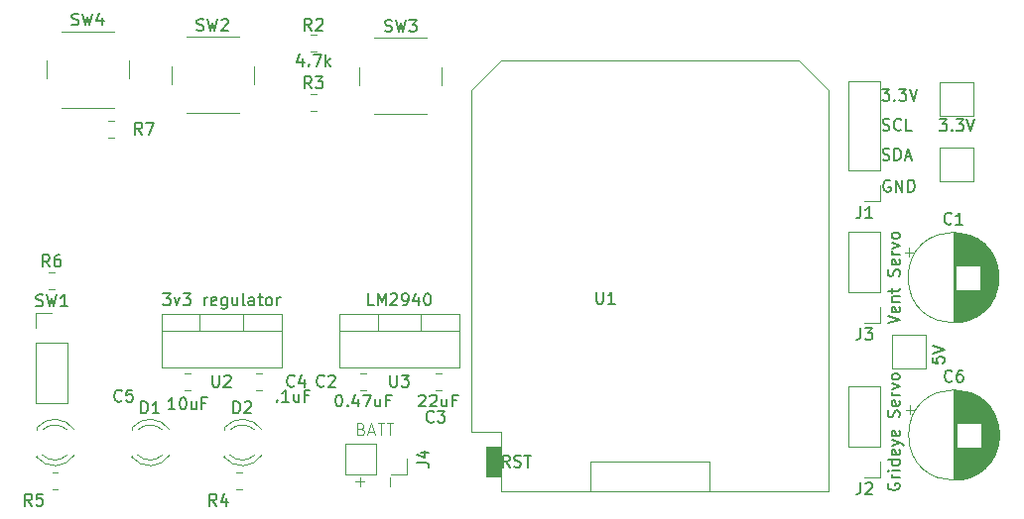
<source format=gbr>
%TF.GenerationSoftware,KiCad,Pcbnew,8.0.6*%
%TF.CreationDate,2024-11-19T15:42:44-05:00*%
%TF.ProjectId,airflow_device,61697266-6c6f-4775-9f64-65766963652e,rev?*%
%TF.SameCoordinates,Original*%
%TF.FileFunction,Legend,Top*%
%TF.FilePolarity,Positive*%
%FSLAX46Y46*%
G04 Gerber Fmt 4.6, Leading zero omitted, Abs format (unit mm)*
G04 Created by KiCad (PCBNEW 8.0.6) date 2024-11-19 15:42:44*
%MOMM*%
%LPD*%
G01*
G04 APERTURE LIST*
%ADD10C,0.150000*%
%ADD11C,0.100000*%
%ADD12C,0.120000*%
G04 APERTURE END LIST*
D10*
X149510588Y-83910438D02*
X149415350Y-83862819D01*
X149415350Y-83862819D02*
X149272493Y-83862819D01*
X149272493Y-83862819D02*
X149129636Y-83910438D01*
X149129636Y-83910438D02*
X149034398Y-84005676D01*
X149034398Y-84005676D02*
X148986779Y-84100914D01*
X148986779Y-84100914D02*
X148939160Y-84291390D01*
X148939160Y-84291390D02*
X148939160Y-84434247D01*
X148939160Y-84434247D02*
X148986779Y-84624723D01*
X148986779Y-84624723D02*
X149034398Y-84719961D01*
X149034398Y-84719961D02*
X149129636Y-84815200D01*
X149129636Y-84815200D02*
X149272493Y-84862819D01*
X149272493Y-84862819D02*
X149367731Y-84862819D01*
X149367731Y-84862819D02*
X149510588Y-84815200D01*
X149510588Y-84815200D02*
X149558207Y-84767580D01*
X149558207Y-84767580D02*
X149558207Y-84434247D01*
X149558207Y-84434247D02*
X149367731Y-84434247D01*
X149986779Y-84862819D02*
X149986779Y-83862819D01*
X149986779Y-83862819D02*
X150558207Y-84862819D01*
X150558207Y-84862819D02*
X150558207Y-83862819D01*
X151034398Y-84862819D02*
X151034398Y-83862819D01*
X151034398Y-83862819D02*
X151272493Y-83862819D01*
X151272493Y-83862819D02*
X151415350Y-83910438D01*
X151415350Y-83910438D02*
X151510588Y-84005676D01*
X151510588Y-84005676D02*
X151558207Y-84100914D01*
X151558207Y-84100914D02*
X151605826Y-84291390D01*
X151605826Y-84291390D02*
X151605826Y-84434247D01*
X151605826Y-84434247D02*
X151558207Y-84624723D01*
X151558207Y-84624723D02*
X151510588Y-84719961D01*
X151510588Y-84719961D02*
X151415350Y-84815200D01*
X151415350Y-84815200D02*
X151272493Y-84862819D01*
X151272493Y-84862819D02*
X151034398Y-84862819D01*
X148831541Y-76085819D02*
X149450588Y-76085819D01*
X149450588Y-76085819D02*
X149117255Y-76466771D01*
X149117255Y-76466771D02*
X149260112Y-76466771D01*
X149260112Y-76466771D02*
X149355350Y-76514390D01*
X149355350Y-76514390D02*
X149402969Y-76562009D01*
X149402969Y-76562009D02*
X149450588Y-76657247D01*
X149450588Y-76657247D02*
X149450588Y-76895342D01*
X149450588Y-76895342D02*
X149402969Y-76990580D01*
X149402969Y-76990580D02*
X149355350Y-77038200D01*
X149355350Y-77038200D02*
X149260112Y-77085819D01*
X149260112Y-77085819D02*
X148974398Y-77085819D01*
X148974398Y-77085819D02*
X148879160Y-77038200D01*
X148879160Y-77038200D02*
X148831541Y-76990580D01*
X149879160Y-76990580D02*
X149926779Y-77038200D01*
X149926779Y-77038200D02*
X149879160Y-77085819D01*
X149879160Y-77085819D02*
X149831541Y-77038200D01*
X149831541Y-77038200D02*
X149879160Y-76990580D01*
X149879160Y-76990580D02*
X149879160Y-77085819D01*
X150260112Y-76085819D02*
X150879159Y-76085819D01*
X150879159Y-76085819D02*
X150545826Y-76466771D01*
X150545826Y-76466771D02*
X150688683Y-76466771D01*
X150688683Y-76466771D02*
X150783921Y-76514390D01*
X150783921Y-76514390D02*
X150831540Y-76562009D01*
X150831540Y-76562009D02*
X150879159Y-76657247D01*
X150879159Y-76657247D02*
X150879159Y-76895342D01*
X150879159Y-76895342D02*
X150831540Y-76990580D01*
X150831540Y-76990580D02*
X150783921Y-77038200D01*
X150783921Y-77038200D02*
X150688683Y-77085819D01*
X150688683Y-77085819D02*
X150402969Y-77085819D01*
X150402969Y-77085819D02*
X150307731Y-77038200D01*
X150307731Y-77038200D02*
X150260112Y-76990580D01*
X151164874Y-76085819D02*
X151498207Y-77085819D01*
X151498207Y-77085819D02*
X151831540Y-76085819D01*
X148879160Y-82118200D02*
X149022017Y-82165819D01*
X149022017Y-82165819D02*
X149260112Y-82165819D01*
X149260112Y-82165819D02*
X149355350Y-82118200D01*
X149355350Y-82118200D02*
X149402969Y-82070580D01*
X149402969Y-82070580D02*
X149450588Y-81975342D01*
X149450588Y-81975342D02*
X149450588Y-81880104D01*
X149450588Y-81880104D02*
X149402969Y-81784866D01*
X149402969Y-81784866D02*
X149355350Y-81737247D01*
X149355350Y-81737247D02*
X149260112Y-81689628D01*
X149260112Y-81689628D02*
X149069636Y-81642009D01*
X149069636Y-81642009D02*
X148974398Y-81594390D01*
X148974398Y-81594390D02*
X148926779Y-81546771D01*
X148926779Y-81546771D02*
X148879160Y-81451533D01*
X148879160Y-81451533D02*
X148879160Y-81356295D01*
X148879160Y-81356295D02*
X148926779Y-81261057D01*
X148926779Y-81261057D02*
X148974398Y-81213438D01*
X148974398Y-81213438D02*
X149069636Y-81165819D01*
X149069636Y-81165819D02*
X149307731Y-81165819D01*
X149307731Y-81165819D02*
X149450588Y-81213438D01*
X149879160Y-82165819D02*
X149879160Y-81165819D01*
X149879160Y-81165819D02*
X150117255Y-81165819D01*
X150117255Y-81165819D02*
X150260112Y-81213438D01*
X150260112Y-81213438D02*
X150355350Y-81308676D01*
X150355350Y-81308676D02*
X150402969Y-81403914D01*
X150402969Y-81403914D02*
X150450588Y-81594390D01*
X150450588Y-81594390D02*
X150450588Y-81737247D01*
X150450588Y-81737247D02*
X150402969Y-81927723D01*
X150402969Y-81927723D02*
X150355350Y-82022961D01*
X150355350Y-82022961D02*
X150260112Y-82118200D01*
X150260112Y-82118200D02*
X150117255Y-82165819D01*
X150117255Y-82165819D02*
X149879160Y-82165819D01*
X150831541Y-81880104D02*
X151307731Y-81880104D01*
X150736303Y-82165819D02*
X151069636Y-81165819D01*
X151069636Y-81165819D02*
X151402969Y-82165819D01*
X148879160Y-79578200D02*
X149022017Y-79625819D01*
X149022017Y-79625819D02*
X149260112Y-79625819D01*
X149260112Y-79625819D02*
X149355350Y-79578200D01*
X149355350Y-79578200D02*
X149402969Y-79530580D01*
X149402969Y-79530580D02*
X149450588Y-79435342D01*
X149450588Y-79435342D02*
X149450588Y-79340104D01*
X149450588Y-79340104D02*
X149402969Y-79244866D01*
X149402969Y-79244866D02*
X149355350Y-79197247D01*
X149355350Y-79197247D02*
X149260112Y-79149628D01*
X149260112Y-79149628D02*
X149069636Y-79102009D01*
X149069636Y-79102009D02*
X148974398Y-79054390D01*
X148974398Y-79054390D02*
X148926779Y-79006771D01*
X148926779Y-79006771D02*
X148879160Y-78911533D01*
X148879160Y-78911533D02*
X148879160Y-78816295D01*
X148879160Y-78816295D02*
X148926779Y-78721057D01*
X148926779Y-78721057D02*
X148974398Y-78673438D01*
X148974398Y-78673438D02*
X149069636Y-78625819D01*
X149069636Y-78625819D02*
X149307731Y-78625819D01*
X149307731Y-78625819D02*
X149450588Y-78673438D01*
X150450588Y-79530580D02*
X150402969Y-79578200D01*
X150402969Y-79578200D02*
X150260112Y-79625819D01*
X150260112Y-79625819D02*
X150164874Y-79625819D01*
X150164874Y-79625819D02*
X150022017Y-79578200D01*
X150022017Y-79578200D02*
X149926779Y-79482961D01*
X149926779Y-79482961D02*
X149879160Y-79387723D01*
X149879160Y-79387723D02*
X149831541Y-79197247D01*
X149831541Y-79197247D02*
X149831541Y-79054390D01*
X149831541Y-79054390D02*
X149879160Y-78863914D01*
X149879160Y-78863914D02*
X149926779Y-78768676D01*
X149926779Y-78768676D02*
X150022017Y-78673438D01*
X150022017Y-78673438D02*
X150164874Y-78625819D01*
X150164874Y-78625819D02*
X150260112Y-78625819D01*
X150260112Y-78625819D02*
X150402969Y-78673438D01*
X150402969Y-78673438D02*
X150450588Y-78721057D01*
X151355350Y-79625819D02*
X150879160Y-79625819D01*
X150879160Y-79625819D02*
X150879160Y-78625819D01*
X124460095Y-93434819D02*
X124460095Y-94244342D01*
X124460095Y-94244342D02*
X124507714Y-94339580D01*
X124507714Y-94339580D02*
X124555333Y-94387200D01*
X124555333Y-94387200D02*
X124650571Y-94434819D01*
X124650571Y-94434819D02*
X124841047Y-94434819D01*
X124841047Y-94434819D02*
X124936285Y-94387200D01*
X124936285Y-94387200D02*
X124983904Y-94339580D01*
X124983904Y-94339580D02*
X125031523Y-94244342D01*
X125031523Y-94244342D02*
X125031523Y-93434819D01*
X126031523Y-94434819D02*
X125460095Y-94434819D01*
X125745809Y-94434819D02*
X125745809Y-93434819D01*
X125745809Y-93434819D02*
X125650571Y-93577676D01*
X125650571Y-93577676D02*
X125555333Y-93672914D01*
X125555333Y-93672914D02*
X125460095Y-93720533D01*
X117054380Y-108404819D02*
X116721047Y-107928628D01*
X116482952Y-108404819D02*
X116482952Y-107404819D01*
X116482952Y-107404819D02*
X116863904Y-107404819D01*
X116863904Y-107404819D02*
X116959142Y-107452438D01*
X116959142Y-107452438D02*
X117006761Y-107500057D01*
X117006761Y-107500057D02*
X117054380Y-107595295D01*
X117054380Y-107595295D02*
X117054380Y-107738152D01*
X117054380Y-107738152D02*
X117006761Y-107833390D01*
X117006761Y-107833390D02*
X116959142Y-107881009D01*
X116959142Y-107881009D02*
X116863904Y-107928628D01*
X116863904Y-107928628D02*
X116482952Y-107928628D01*
X117435333Y-108357200D02*
X117578190Y-108404819D01*
X117578190Y-108404819D02*
X117816285Y-108404819D01*
X117816285Y-108404819D02*
X117911523Y-108357200D01*
X117911523Y-108357200D02*
X117959142Y-108309580D01*
X117959142Y-108309580D02*
X118006761Y-108214342D01*
X118006761Y-108214342D02*
X118006761Y-108119104D01*
X118006761Y-108119104D02*
X117959142Y-108023866D01*
X117959142Y-108023866D02*
X117911523Y-107976247D01*
X117911523Y-107976247D02*
X117816285Y-107928628D01*
X117816285Y-107928628D02*
X117625809Y-107881009D01*
X117625809Y-107881009D02*
X117530571Y-107833390D01*
X117530571Y-107833390D02*
X117482952Y-107785771D01*
X117482952Y-107785771D02*
X117435333Y-107690533D01*
X117435333Y-107690533D02*
X117435333Y-107595295D01*
X117435333Y-107595295D02*
X117482952Y-107500057D01*
X117482952Y-107500057D02*
X117530571Y-107452438D01*
X117530571Y-107452438D02*
X117625809Y-107404819D01*
X117625809Y-107404819D02*
X117863904Y-107404819D01*
X117863904Y-107404819D02*
X118006761Y-107452438D01*
X118292476Y-107404819D02*
X118863904Y-107404819D01*
X118578190Y-108404819D02*
X118578190Y-107404819D01*
X153124819Y-98996476D02*
X153124819Y-99472666D01*
X153124819Y-99472666D02*
X153601009Y-99520285D01*
X153601009Y-99520285D02*
X153553390Y-99472666D01*
X153553390Y-99472666D02*
X153505771Y-99377428D01*
X153505771Y-99377428D02*
X153505771Y-99139333D01*
X153505771Y-99139333D02*
X153553390Y-99044095D01*
X153553390Y-99044095D02*
X153601009Y-98996476D01*
X153601009Y-98996476D02*
X153696247Y-98948857D01*
X153696247Y-98948857D02*
X153934342Y-98948857D01*
X153934342Y-98948857D02*
X154029580Y-98996476D01*
X154029580Y-98996476D02*
X154077200Y-99044095D01*
X154077200Y-99044095D02*
X154124819Y-99139333D01*
X154124819Y-99139333D02*
X154124819Y-99377428D01*
X154124819Y-99377428D02*
X154077200Y-99472666D01*
X154077200Y-99472666D02*
X154029580Y-99520285D01*
X153124819Y-98663142D02*
X154124819Y-98329809D01*
X154124819Y-98329809D02*
X153124819Y-97996476D01*
X153717810Y-78666819D02*
X154336857Y-78666819D01*
X154336857Y-78666819D02*
X154003524Y-79047771D01*
X154003524Y-79047771D02*
X154146381Y-79047771D01*
X154146381Y-79047771D02*
X154241619Y-79095390D01*
X154241619Y-79095390D02*
X154289238Y-79143009D01*
X154289238Y-79143009D02*
X154336857Y-79238247D01*
X154336857Y-79238247D02*
X154336857Y-79476342D01*
X154336857Y-79476342D02*
X154289238Y-79571580D01*
X154289238Y-79571580D02*
X154241619Y-79619200D01*
X154241619Y-79619200D02*
X154146381Y-79666819D01*
X154146381Y-79666819D02*
X153860667Y-79666819D01*
X153860667Y-79666819D02*
X153765429Y-79619200D01*
X153765429Y-79619200D02*
X153717810Y-79571580D01*
X154765429Y-79571580D02*
X154813048Y-79619200D01*
X154813048Y-79619200D02*
X154765429Y-79666819D01*
X154765429Y-79666819D02*
X154717810Y-79619200D01*
X154717810Y-79619200D02*
X154765429Y-79571580D01*
X154765429Y-79571580D02*
X154765429Y-79666819D01*
X155146381Y-78666819D02*
X155765428Y-78666819D01*
X155765428Y-78666819D02*
X155432095Y-79047771D01*
X155432095Y-79047771D02*
X155574952Y-79047771D01*
X155574952Y-79047771D02*
X155670190Y-79095390D01*
X155670190Y-79095390D02*
X155717809Y-79143009D01*
X155717809Y-79143009D02*
X155765428Y-79238247D01*
X155765428Y-79238247D02*
X155765428Y-79476342D01*
X155765428Y-79476342D02*
X155717809Y-79571580D01*
X155717809Y-79571580D02*
X155670190Y-79619200D01*
X155670190Y-79619200D02*
X155574952Y-79666819D01*
X155574952Y-79666819D02*
X155289238Y-79666819D01*
X155289238Y-79666819D02*
X155194000Y-79619200D01*
X155194000Y-79619200D02*
X155146381Y-79571580D01*
X156051143Y-78666819D02*
X156384476Y-79666819D01*
X156384476Y-79666819D02*
X156717809Y-78666819D01*
X154793333Y-101023580D02*
X154745714Y-101071200D01*
X154745714Y-101071200D02*
X154602857Y-101118819D01*
X154602857Y-101118819D02*
X154507619Y-101118819D01*
X154507619Y-101118819D02*
X154364762Y-101071200D01*
X154364762Y-101071200D02*
X154269524Y-100975961D01*
X154269524Y-100975961D02*
X154221905Y-100880723D01*
X154221905Y-100880723D02*
X154174286Y-100690247D01*
X154174286Y-100690247D02*
X154174286Y-100547390D01*
X154174286Y-100547390D02*
X154221905Y-100356914D01*
X154221905Y-100356914D02*
X154269524Y-100261676D01*
X154269524Y-100261676D02*
X154364762Y-100166438D01*
X154364762Y-100166438D02*
X154507619Y-100118819D01*
X154507619Y-100118819D02*
X154602857Y-100118819D01*
X154602857Y-100118819D02*
X154745714Y-100166438D01*
X154745714Y-100166438D02*
X154793333Y-100214057D01*
X155650476Y-100118819D02*
X155460000Y-100118819D01*
X155460000Y-100118819D02*
X155364762Y-100166438D01*
X155364762Y-100166438D02*
X155317143Y-100214057D01*
X155317143Y-100214057D02*
X155221905Y-100356914D01*
X155221905Y-100356914D02*
X155174286Y-100547390D01*
X155174286Y-100547390D02*
X155174286Y-100928342D01*
X155174286Y-100928342D02*
X155221905Y-101023580D01*
X155221905Y-101023580D02*
X155269524Y-101071200D01*
X155269524Y-101071200D02*
X155364762Y-101118819D01*
X155364762Y-101118819D02*
X155555238Y-101118819D01*
X155555238Y-101118819D02*
X155650476Y-101071200D01*
X155650476Y-101071200D02*
X155698095Y-101023580D01*
X155698095Y-101023580D02*
X155745714Y-100928342D01*
X155745714Y-100928342D02*
X155745714Y-100690247D01*
X155745714Y-100690247D02*
X155698095Y-100595009D01*
X155698095Y-100595009D02*
X155650476Y-100547390D01*
X155650476Y-100547390D02*
X155555238Y-100499771D01*
X155555238Y-100499771D02*
X155364762Y-100499771D01*
X155364762Y-100499771D02*
X155269524Y-100547390D01*
X155269524Y-100547390D02*
X155221905Y-100595009D01*
X155221905Y-100595009D02*
X155174286Y-100690247D01*
X154753333Y-87561580D02*
X154705714Y-87609200D01*
X154705714Y-87609200D02*
X154562857Y-87656819D01*
X154562857Y-87656819D02*
X154467619Y-87656819D01*
X154467619Y-87656819D02*
X154324762Y-87609200D01*
X154324762Y-87609200D02*
X154229524Y-87513961D01*
X154229524Y-87513961D02*
X154181905Y-87418723D01*
X154181905Y-87418723D02*
X154134286Y-87228247D01*
X154134286Y-87228247D02*
X154134286Y-87085390D01*
X154134286Y-87085390D02*
X154181905Y-86894914D01*
X154181905Y-86894914D02*
X154229524Y-86799676D01*
X154229524Y-86799676D02*
X154324762Y-86704438D01*
X154324762Y-86704438D02*
X154467619Y-86656819D01*
X154467619Y-86656819D02*
X154562857Y-86656819D01*
X154562857Y-86656819D02*
X154705714Y-86704438D01*
X154705714Y-86704438D02*
X154753333Y-86752057D01*
X155705714Y-87656819D02*
X155134286Y-87656819D01*
X155420000Y-87656819D02*
X155420000Y-86656819D01*
X155420000Y-86656819D02*
X155324762Y-86799676D01*
X155324762Y-86799676D02*
X155229524Y-86894914D01*
X155229524Y-86894914D02*
X155134286Y-86942533D01*
X83941833Y-102721580D02*
X83894214Y-102769200D01*
X83894214Y-102769200D02*
X83751357Y-102816819D01*
X83751357Y-102816819D02*
X83656119Y-102816819D01*
X83656119Y-102816819D02*
X83513262Y-102769200D01*
X83513262Y-102769200D02*
X83418024Y-102673961D01*
X83418024Y-102673961D02*
X83370405Y-102578723D01*
X83370405Y-102578723D02*
X83322786Y-102388247D01*
X83322786Y-102388247D02*
X83322786Y-102245390D01*
X83322786Y-102245390D02*
X83370405Y-102054914D01*
X83370405Y-102054914D02*
X83418024Y-101959676D01*
X83418024Y-101959676D02*
X83513262Y-101864438D01*
X83513262Y-101864438D02*
X83656119Y-101816819D01*
X83656119Y-101816819D02*
X83751357Y-101816819D01*
X83751357Y-101816819D02*
X83894214Y-101864438D01*
X83894214Y-101864438D02*
X83941833Y-101912057D01*
X84846595Y-101816819D02*
X84370405Y-101816819D01*
X84370405Y-101816819D02*
X84322786Y-102293009D01*
X84322786Y-102293009D02*
X84370405Y-102245390D01*
X84370405Y-102245390D02*
X84465643Y-102197771D01*
X84465643Y-102197771D02*
X84703738Y-102197771D01*
X84703738Y-102197771D02*
X84798976Y-102245390D01*
X84798976Y-102245390D02*
X84846595Y-102293009D01*
X84846595Y-102293009D02*
X84894214Y-102388247D01*
X84894214Y-102388247D02*
X84894214Y-102626342D01*
X84894214Y-102626342D02*
X84846595Y-102721580D01*
X84846595Y-102721580D02*
X84798976Y-102769200D01*
X84798976Y-102769200D02*
X84703738Y-102816819D01*
X84703738Y-102816819D02*
X84465643Y-102816819D01*
X84465643Y-102816819D02*
X84370405Y-102769200D01*
X84370405Y-102769200D02*
X84322786Y-102721580D01*
X88498071Y-103451819D02*
X87926643Y-103451819D01*
X88212357Y-103451819D02*
X88212357Y-102451819D01*
X88212357Y-102451819D02*
X88117119Y-102594676D01*
X88117119Y-102594676D02*
X88021881Y-102689914D01*
X88021881Y-102689914D02*
X87926643Y-102737533D01*
X89117119Y-102451819D02*
X89212357Y-102451819D01*
X89212357Y-102451819D02*
X89307595Y-102499438D01*
X89307595Y-102499438D02*
X89355214Y-102547057D01*
X89355214Y-102547057D02*
X89402833Y-102642295D01*
X89402833Y-102642295D02*
X89450452Y-102832771D01*
X89450452Y-102832771D02*
X89450452Y-103070866D01*
X89450452Y-103070866D02*
X89402833Y-103261342D01*
X89402833Y-103261342D02*
X89355214Y-103356580D01*
X89355214Y-103356580D02*
X89307595Y-103404200D01*
X89307595Y-103404200D02*
X89212357Y-103451819D01*
X89212357Y-103451819D02*
X89117119Y-103451819D01*
X89117119Y-103451819D02*
X89021881Y-103404200D01*
X89021881Y-103404200D02*
X88974262Y-103356580D01*
X88974262Y-103356580D02*
X88926643Y-103261342D01*
X88926643Y-103261342D02*
X88879024Y-103070866D01*
X88879024Y-103070866D02*
X88879024Y-102832771D01*
X88879024Y-102832771D02*
X88926643Y-102642295D01*
X88926643Y-102642295D02*
X88974262Y-102547057D01*
X88974262Y-102547057D02*
X89021881Y-102499438D01*
X89021881Y-102499438D02*
X89117119Y-102451819D01*
X90307595Y-102785152D02*
X90307595Y-103451819D01*
X89879024Y-102785152D02*
X89879024Y-103308961D01*
X89879024Y-103308961D02*
X89926643Y-103404200D01*
X89926643Y-103404200D02*
X90021881Y-103451819D01*
X90021881Y-103451819D02*
X90164738Y-103451819D01*
X90164738Y-103451819D02*
X90259976Y-103404200D01*
X90259976Y-103404200D02*
X90307595Y-103356580D01*
X91117119Y-102928009D02*
X90783786Y-102928009D01*
X90783786Y-103451819D02*
X90783786Y-102451819D01*
X90783786Y-102451819D02*
X91259976Y-102451819D01*
X77795333Y-91260819D02*
X77462000Y-90784628D01*
X77223905Y-91260819D02*
X77223905Y-90260819D01*
X77223905Y-90260819D02*
X77604857Y-90260819D01*
X77604857Y-90260819D02*
X77700095Y-90308438D01*
X77700095Y-90308438D02*
X77747714Y-90356057D01*
X77747714Y-90356057D02*
X77795333Y-90451295D01*
X77795333Y-90451295D02*
X77795333Y-90594152D01*
X77795333Y-90594152D02*
X77747714Y-90689390D01*
X77747714Y-90689390D02*
X77700095Y-90737009D01*
X77700095Y-90737009D02*
X77604857Y-90784628D01*
X77604857Y-90784628D02*
X77223905Y-90784628D01*
X78652476Y-90260819D02*
X78462000Y-90260819D01*
X78462000Y-90260819D02*
X78366762Y-90308438D01*
X78366762Y-90308438D02*
X78319143Y-90356057D01*
X78319143Y-90356057D02*
X78223905Y-90498914D01*
X78223905Y-90498914D02*
X78176286Y-90689390D01*
X78176286Y-90689390D02*
X78176286Y-91070342D01*
X78176286Y-91070342D02*
X78223905Y-91165580D01*
X78223905Y-91165580D02*
X78271524Y-91213200D01*
X78271524Y-91213200D02*
X78366762Y-91260819D01*
X78366762Y-91260819D02*
X78557238Y-91260819D01*
X78557238Y-91260819D02*
X78652476Y-91213200D01*
X78652476Y-91213200D02*
X78700095Y-91165580D01*
X78700095Y-91165580D02*
X78747714Y-91070342D01*
X78747714Y-91070342D02*
X78747714Y-90832247D01*
X78747714Y-90832247D02*
X78700095Y-90737009D01*
X78700095Y-90737009D02*
X78652476Y-90689390D01*
X78652476Y-90689390D02*
X78557238Y-90641771D01*
X78557238Y-90641771D02*
X78366762Y-90641771D01*
X78366762Y-90641771D02*
X78271524Y-90689390D01*
X78271524Y-90689390D02*
X78223905Y-90737009D01*
X78223905Y-90737009D02*
X78176286Y-90832247D01*
X93495905Y-103793819D02*
X93495905Y-102793819D01*
X93495905Y-102793819D02*
X93734000Y-102793819D01*
X93734000Y-102793819D02*
X93876857Y-102841438D01*
X93876857Y-102841438D02*
X93972095Y-102936676D01*
X93972095Y-102936676D02*
X94019714Y-103031914D01*
X94019714Y-103031914D02*
X94067333Y-103222390D01*
X94067333Y-103222390D02*
X94067333Y-103365247D01*
X94067333Y-103365247D02*
X94019714Y-103555723D01*
X94019714Y-103555723D02*
X93972095Y-103650961D01*
X93972095Y-103650961D02*
X93876857Y-103746200D01*
X93876857Y-103746200D02*
X93734000Y-103793819D01*
X93734000Y-103793819D02*
X93495905Y-103793819D01*
X94448286Y-102889057D02*
X94495905Y-102841438D01*
X94495905Y-102841438D02*
X94591143Y-102793819D01*
X94591143Y-102793819D02*
X94829238Y-102793819D01*
X94829238Y-102793819D02*
X94924476Y-102841438D01*
X94924476Y-102841438D02*
X94972095Y-102889057D01*
X94972095Y-102889057D02*
X95019714Y-102984295D01*
X95019714Y-102984295D02*
X95019714Y-103079533D01*
X95019714Y-103079533D02*
X94972095Y-103222390D01*
X94972095Y-103222390D02*
X94400667Y-103793819D01*
X94400667Y-103793819D02*
X95019714Y-103793819D01*
X91694095Y-100546819D02*
X91694095Y-101356342D01*
X91694095Y-101356342D02*
X91741714Y-101451580D01*
X91741714Y-101451580D02*
X91789333Y-101499200D01*
X91789333Y-101499200D02*
X91884571Y-101546819D01*
X91884571Y-101546819D02*
X92075047Y-101546819D01*
X92075047Y-101546819D02*
X92170285Y-101499200D01*
X92170285Y-101499200D02*
X92217904Y-101451580D01*
X92217904Y-101451580D02*
X92265523Y-101356342D01*
X92265523Y-101356342D02*
X92265523Y-100546819D01*
X92694095Y-100642057D02*
X92741714Y-100594438D01*
X92741714Y-100594438D02*
X92836952Y-100546819D01*
X92836952Y-100546819D02*
X93075047Y-100546819D01*
X93075047Y-100546819D02*
X93170285Y-100594438D01*
X93170285Y-100594438D02*
X93217904Y-100642057D01*
X93217904Y-100642057D02*
X93265523Y-100737295D01*
X93265523Y-100737295D02*
X93265523Y-100832533D01*
X93265523Y-100832533D02*
X93217904Y-100975390D01*
X93217904Y-100975390D02*
X92646476Y-101546819D01*
X92646476Y-101546819D02*
X93265523Y-101546819D01*
X87479808Y-93561819D02*
X88098855Y-93561819D01*
X88098855Y-93561819D02*
X87765522Y-93942771D01*
X87765522Y-93942771D02*
X87908379Y-93942771D01*
X87908379Y-93942771D02*
X88003617Y-93990390D01*
X88003617Y-93990390D02*
X88051236Y-94038009D01*
X88051236Y-94038009D02*
X88098855Y-94133247D01*
X88098855Y-94133247D02*
X88098855Y-94371342D01*
X88098855Y-94371342D02*
X88051236Y-94466580D01*
X88051236Y-94466580D02*
X88003617Y-94514200D01*
X88003617Y-94514200D02*
X87908379Y-94561819D01*
X87908379Y-94561819D02*
X87622665Y-94561819D01*
X87622665Y-94561819D02*
X87527427Y-94514200D01*
X87527427Y-94514200D02*
X87479808Y-94466580D01*
X88432189Y-93895152D02*
X88670284Y-94561819D01*
X88670284Y-94561819D02*
X88908379Y-93895152D01*
X89194094Y-93561819D02*
X89813141Y-93561819D01*
X89813141Y-93561819D02*
X89479808Y-93942771D01*
X89479808Y-93942771D02*
X89622665Y-93942771D01*
X89622665Y-93942771D02*
X89717903Y-93990390D01*
X89717903Y-93990390D02*
X89765522Y-94038009D01*
X89765522Y-94038009D02*
X89813141Y-94133247D01*
X89813141Y-94133247D02*
X89813141Y-94371342D01*
X89813141Y-94371342D02*
X89765522Y-94466580D01*
X89765522Y-94466580D02*
X89717903Y-94514200D01*
X89717903Y-94514200D02*
X89622665Y-94561819D01*
X89622665Y-94561819D02*
X89336951Y-94561819D01*
X89336951Y-94561819D02*
X89241713Y-94514200D01*
X89241713Y-94514200D02*
X89194094Y-94466580D01*
X91003618Y-94561819D02*
X91003618Y-93895152D01*
X91003618Y-94085628D02*
X91051237Y-93990390D01*
X91051237Y-93990390D02*
X91098856Y-93942771D01*
X91098856Y-93942771D02*
X91194094Y-93895152D01*
X91194094Y-93895152D02*
X91289332Y-93895152D01*
X92003618Y-94514200D02*
X91908380Y-94561819D01*
X91908380Y-94561819D02*
X91717904Y-94561819D01*
X91717904Y-94561819D02*
X91622666Y-94514200D01*
X91622666Y-94514200D02*
X91575047Y-94418961D01*
X91575047Y-94418961D02*
X91575047Y-94038009D01*
X91575047Y-94038009D02*
X91622666Y-93942771D01*
X91622666Y-93942771D02*
X91717904Y-93895152D01*
X91717904Y-93895152D02*
X91908380Y-93895152D01*
X91908380Y-93895152D02*
X92003618Y-93942771D01*
X92003618Y-93942771D02*
X92051237Y-94038009D01*
X92051237Y-94038009D02*
X92051237Y-94133247D01*
X92051237Y-94133247D02*
X91575047Y-94228485D01*
X92908380Y-93895152D02*
X92908380Y-94704676D01*
X92908380Y-94704676D02*
X92860761Y-94799914D01*
X92860761Y-94799914D02*
X92813142Y-94847533D01*
X92813142Y-94847533D02*
X92717904Y-94895152D01*
X92717904Y-94895152D02*
X92575047Y-94895152D01*
X92575047Y-94895152D02*
X92479809Y-94847533D01*
X92908380Y-94514200D02*
X92813142Y-94561819D01*
X92813142Y-94561819D02*
X92622666Y-94561819D01*
X92622666Y-94561819D02*
X92527428Y-94514200D01*
X92527428Y-94514200D02*
X92479809Y-94466580D01*
X92479809Y-94466580D02*
X92432190Y-94371342D01*
X92432190Y-94371342D02*
X92432190Y-94085628D01*
X92432190Y-94085628D02*
X92479809Y-93990390D01*
X92479809Y-93990390D02*
X92527428Y-93942771D01*
X92527428Y-93942771D02*
X92622666Y-93895152D01*
X92622666Y-93895152D02*
X92813142Y-93895152D01*
X92813142Y-93895152D02*
X92908380Y-93942771D01*
X93813142Y-93895152D02*
X93813142Y-94561819D01*
X93384571Y-93895152D02*
X93384571Y-94418961D01*
X93384571Y-94418961D02*
X93432190Y-94514200D01*
X93432190Y-94514200D02*
X93527428Y-94561819D01*
X93527428Y-94561819D02*
X93670285Y-94561819D01*
X93670285Y-94561819D02*
X93765523Y-94514200D01*
X93765523Y-94514200D02*
X93813142Y-94466580D01*
X94432190Y-94561819D02*
X94336952Y-94514200D01*
X94336952Y-94514200D02*
X94289333Y-94418961D01*
X94289333Y-94418961D02*
X94289333Y-93561819D01*
X95241714Y-94561819D02*
X95241714Y-94038009D01*
X95241714Y-94038009D02*
X95194095Y-93942771D01*
X95194095Y-93942771D02*
X95098857Y-93895152D01*
X95098857Y-93895152D02*
X94908381Y-93895152D01*
X94908381Y-93895152D02*
X94813143Y-93942771D01*
X95241714Y-94514200D02*
X95146476Y-94561819D01*
X95146476Y-94561819D02*
X94908381Y-94561819D01*
X94908381Y-94561819D02*
X94813143Y-94514200D01*
X94813143Y-94514200D02*
X94765524Y-94418961D01*
X94765524Y-94418961D02*
X94765524Y-94323723D01*
X94765524Y-94323723D02*
X94813143Y-94228485D01*
X94813143Y-94228485D02*
X94908381Y-94180866D01*
X94908381Y-94180866D02*
X95146476Y-94180866D01*
X95146476Y-94180866D02*
X95241714Y-94133247D01*
X95575048Y-93895152D02*
X95956000Y-93895152D01*
X95717905Y-93561819D02*
X95717905Y-94418961D01*
X95717905Y-94418961D02*
X95765524Y-94514200D01*
X95765524Y-94514200D02*
X95860762Y-94561819D01*
X95860762Y-94561819D02*
X95956000Y-94561819D01*
X96432191Y-94561819D02*
X96336953Y-94514200D01*
X96336953Y-94514200D02*
X96289334Y-94466580D01*
X96289334Y-94466580D02*
X96241715Y-94371342D01*
X96241715Y-94371342D02*
X96241715Y-94085628D01*
X96241715Y-94085628D02*
X96289334Y-93990390D01*
X96289334Y-93990390D02*
X96336953Y-93942771D01*
X96336953Y-93942771D02*
X96432191Y-93895152D01*
X96432191Y-93895152D02*
X96575048Y-93895152D01*
X96575048Y-93895152D02*
X96670286Y-93942771D01*
X96670286Y-93942771D02*
X96717905Y-93990390D01*
X96717905Y-93990390D02*
X96765524Y-94085628D01*
X96765524Y-94085628D02*
X96765524Y-94371342D01*
X96765524Y-94371342D02*
X96717905Y-94466580D01*
X96717905Y-94466580D02*
X96670286Y-94514200D01*
X96670286Y-94514200D02*
X96575048Y-94561819D01*
X96575048Y-94561819D02*
X96432191Y-94561819D01*
X97194096Y-94561819D02*
X97194096Y-93895152D01*
X97194096Y-94085628D02*
X97241715Y-93990390D01*
X97241715Y-93990390D02*
X97289334Y-93942771D01*
X97289334Y-93942771D02*
X97384572Y-93895152D01*
X97384572Y-93895152D02*
X97479810Y-93895152D01*
X92035333Y-111706819D02*
X91702000Y-111230628D01*
X91463905Y-111706819D02*
X91463905Y-110706819D01*
X91463905Y-110706819D02*
X91844857Y-110706819D01*
X91844857Y-110706819D02*
X91940095Y-110754438D01*
X91940095Y-110754438D02*
X91987714Y-110802057D01*
X91987714Y-110802057D02*
X92035333Y-110897295D01*
X92035333Y-110897295D02*
X92035333Y-111040152D01*
X92035333Y-111040152D02*
X91987714Y-111135390D01*
X91987714Y-111135390D02*
X91940095Y-111183009D01*
X91940095Y-111183009D02*
X91844857Y-111230628D01*
X91844857Y-111230628D02*
X91463905Y-111230628D01*
X92892476Y-111040152D02*
X92892476Y-111706819D01*
X92654381Y-110659200D02*
X92416286Y-111373485D01*
X92416286Y-111373485D02*
X93035333Y-111373485D01*
X100147333Y-71066819D02*
X99814000Y-70590628D01*
X99575905Y-71066819D02*
X99575905Y-70066819D01*
X99575905Y-70066819D02*
X99956857Y-70066819D01*
X99956857Y-70066819D02*
X100052095Y-70114438D01*
X100052095Y-70114438D02*
X100099714Y-70162057D01*
X100099714Y-70162057D02*
X100147333Y-70257295D01*
X100147333Y-70257295D02*
X100147333Y-70400152D01*
X100147333Y-70400152D02*
X100099714Y-70495390D01*
X100099714Y-70495390D02*
X100052095Y-70543009D01*
X100052095Y-70543009D02*
X99956857Y-70590628D01*
X99956857Y-70590628D02*
X99575905Y-70590628D01*
X100528286Y-70162057D02*
X100575905Y-70114438D01*
X100575905Y-70114438D02*
X100671143Y-70066819D01*
X100671143Y-70066819D02*
X100909238Y-70066819D01*
X100909238Y-70066819D02*
X101004476Y-70114438D01*
X101004476Y-70114438D02*
X101052095Y-70162057D01*
X101052095Y-70162057D02*
X101099714Y-70257295D01*
X101099714Y-70257295D02*
X101099714Y-70352533D01*
X101099714Y-70352533D02*
X101052095Y-70495390D01*
X101052095Y-70495390D02*
X100480667Y-71066819D01*
X100480667Y-71066819D02*
X101099714Y-71066819D01*
X99385428Y-73448152D02*
X99385428Y-74114819D01*
X99147333Y-73067200D02*
X98909238Y-73781485D01*
X98909238Y-73781485D02*
X99528285Y-73781485D01*
X99909238Y-74019580D02*
X99956857Y-74067200D01*
X99956857Y-74067200D02*
X99909238Y-74114819D01*
X99909238Y-74114819D02*
X99861619Y-74067200D01*
X99861619Y-74067200D02*
X99909238Y-74019580D01*
X99909238Y-74019580D02*
X99909238Y-74114819D01*
X100290190Y-73114819D02*
X100956856Y-73114819D01*
X100956856Y-73114819D02*
X100528285Y-74114819D01*
X101337809Y-74114819D02*
X101337809Y-73114819D01*
X101433047Y-73733866D02*
X101718761Y-74114819D01*
X101718761Y-73448152D02*
X101337809Y-73829104D01*
X76287333Y-111706819D02*
X75954000Y-111230628D01*
X75715905Y-111706819D02*
X75715905Y-110706819D01*
X75715905Y-110706819D02*
X76096857Y-110706819D01*
X76096857Y-110706819D02*
X76192095Y-110754438D01*
X76192095Y-110754438D02*
X76239714Y-110802057D01*
X76239714Y-110802057D02*
X76287333Y-110897295D01*
X76287333Y-110897295D02*
X76287333Y-111040152D01*
X76287333Y-111040152D02*
X76239714Y-111135390D01*
X76239714Y-111135390D02*
X76192095Y-111183009D01*
X76192095Y-111183009D02*
X76096857Y-111230628D01*
X76096857Y-111230628D02*
X75715905Y-111230628D01*
X77192095Y-110706819D02*
X76715905Y-110706819D01*
X76715905Y-110706819D02*
X76668286Y-111183009D01*
X76668286Y-111183009D02*
X76715905Y-111135390D01*
X76715905Y-111135390D02*
X76811143Y-111087771D01*
X76811143Y-111087771D02*
X77049238Y-111087771D01*
X77049238Y-111087771D02*
X77144476Y-111135390D01*
X77144476Y-111135390D02*
X77192095Y-111183009D01*
X77192095Y-111183009D02*
X77239714Y-111278247D01*
X77239714Y-111278247D02*
X77239714Y-111516342D01*
X77239714Y-111516342D02*
X77192095Y-111611580D01*
X77192095Y-111611580D02*
X77144476Y-111659200D01*
X77144476Y-111659200D02*
X77049238Y-111706819D01*
X77049238Y-111706819D02*
X76811143Y-111706819D01*
X76811143Y-111706819D02*
X76715905Y-111659200D01*
X76715905Y-111659200D02*
X76668286Y-111611580D01*
X90360667Y-71051200D02*
X90503524Y-71098819D01*
X90503524Y-71098819D02*
X90741619Y-71098819D01*
X90741619Y-71098819D02*
X90836857Y-71051200D01*
X90836857Y-71051200D02*
X90884476Y-71003580D01*
X90884476Y-71003580D02*
X90932095Y-70908342D01*
X90932095Y-70908342D02*
X90932095Y-70813104D01*
X90932095Y-70813104D02*
X90884476Y-70717866D01*
X90884476Y-70717866D02*
X90836857Y-70670247D01*
X90836857Y-70670247D02*
X90741619Y-70622628D01*
X90741619Y-70622628D02*
X90551143Y-70575009D01*
X90551143Y-70575009D02*
X90455905Y-70527390D01*
X90455905Y-70527390D02*
X90408286Y-70479771D01*
X90408286Y-70479771D02*
X90360667Y-70384533D01*
X90360667Y-70384533D02*
X90360667Y-70289295D01*
X90360667Y-70289295D02*
X90408286Y-70194057D01*
X90408286Y-70194057D02*
X90455905Y-70146438D01*
X90455905Y-70146438D02*
X90551143Y-70098819D01*
X90551143Y-70098819D02*
X90789238Y-70098819D01*
X90789238Y-70098819D02*
X90932095Y-70146438D01*
X91265429Y-70098819D02*
X91503524Y-71098819D01*
X91503524Y-71098819D02*
X91694000Y-70384533D01*
X91694000Y-70384533D02*
X91884476Y-71098819D01*
X91884476Y-71098819D02*
X92122572Y-70098819D01*
X92455905Y-70194057D02*
X92503524Y-70146438D01*
X92503524Y-70146438D02*
X92598762Y-70098819D01*
X92598762Y-70098819D02*
X92836857Y-70098819D01*
X92836857Y-70098819D02*
X92932095Y-70146438D01*
X92932095Y-70146438D02*
X92979714Y-70194057D01*
X92979714Y-70194057D02*
X93027333Y-70289295D01*
X93027333Y-70289295D02*
X93027333Y-70384533D01*
X93027333Y-70384533D02*
X92979714Y-70527390D01*
X92979714Y-70527390D02*
X92408286Y-71098819D01*
X92408286Y-71098819D02*
X93027333Y-71098819D01*
X79692667Y-70579200D02*
X79835524Y-70626819D01*
X79835524Y-70626819D02*
X80073619Y-70626819D01*
X80073619Y-70626819D02*
X80168857Y-70579200D01*
X80168857Y-70579200D02*
X80216476Y-70531580D01*
X80216476Y-70531580D02*
X80264095Y-70436342D01*
X80264095Y-70436342D02*
X80264095Y-70341104D01*
X80264095Y-70341104D02*
X80216476Y-70245866D01*
X80216476Y-70245866D02*
X80168857Y-70198247D01*
X80168857Y-70198247D02*
X80073619Y-70150628D01*
X80073619Y-70150628D02*
X79883143Y-70103009D01*
X79883143Y-70103009D02*
X79787905Y-70055390D01*
X79787905Y-70055390D02*
X79740286Y-70007771D01*
X79740286Y-70007771D02*
X79692667Y-69912533D01*
X79692667Y-69912533D02*
X79692667Y-69817295D01*
X79692667Y-69817295D02*
X79740286Y-69722057D01*
X79740286Y-69722057D02*
X79787905Y-69674438D01*
X79787905Y-69674438D02*
X79883143Y-69626819D01*
X79883143Y-69626819D02*
X80121238Y-69626819D01*
X80121238Y-69626819D02*
X80264095Y-69674438D01*
X80597429Y-69626819D02*
X80835524Y-70626819D01*
X80835524Y-70626819D02*
X81026000Y-69912533D01*
X81026000Y-69912533D02*
X81216476Y-70626819D01*
X81216476Y-70626819D02*
X81454572Y-69626819D01*
X82264095Y-69960152D02*
X82264095Y-70626819D01*
X82026000Y-69579200D02*
X81787905Y-70293485D01*
X81787905Y-70293485D02*
X82406952Y-70293485D01*
X85685333Y-79956819D02*
X85352000Y-79480628D01*
X85113905Y-79956819D02*
X85113905Y-78956819D01*
X85113905Y-78956819D02*
X85494857Y-78956819D01*
X85494857Y-78956819D02*
X85590095Y-79004438D01*
X85590095Y-79004438D02*
X85637714Y-79052057D01*
X85637714Y-79052057D02*
X85685333Y-79147295D01*
X85685333Y-79147295D02*
X85685333Y-79290152D01*
X85685333Y-79290152D02*
X85637714Y-79385390D01*
X85637714Y-79385390D02*
X85590095Y-79433009D01*
X85590095Y-79433009D02*
X85494857Y-79480628D01*
X85494857Y-79480628D02*
X85113905Y-79480628D01*
X86018667Y-78956819D02*
X86685333Y-78956819D01*
X86685333Y-78956819D02*
X86256762Y-79956819D01*
X146986666Y-109719819D02*
X146986666Y-110434104D01*
X146986666Y-110434104D02*
X146939047Y-110576961D01*
X146939047Y-110576961D02*
X146843809Y-110672200D01*
X146843809Y-110672200D02*
X146700952Y-110719819D01*
X146700952Y-110719819D02*
X146605714Y-110719819D01*
X147415238Y-109815057D02*
X147462857Y-109767438D01*
X147462857Y-109767438D02*
X147558095Y-109719819D01*
X147558095Y-109719819D02*
X147796190Y-109719819D01*
X147796190Y-109719819D02*
X147891428Y-109767438D01*
X147891428Y-109767438D02*
X147939047Y-109815057D01*
X147939047Y-109815057D02*
X147986666Y-109910295D01*
X147986666Y-109910295D02*
X147986666Y-110005533D01*
X147986666Y-110005533D02*
X147939047Y-110148390D01*
X147939047Y-110148390D02*
X147367619Y-110719819D01*
X147367619Y-110719819D02*
X147986666Y-110719819D01*
X149362438Y-109799762D02*
X149314819Y-109895000D01*
X149314819Y-109895000D02*
X149314819Y-110037857D01*
X149314819Y-110037857D02*
X149362438Y-110180714D01*
X149362438Y-110180714D02*
X149457676Y-110275952D01*
X149457676Y-110275952D02*
X149552914Y-110323571D01*
X149552914Y-110323571D02*
X149743390Y-110371190D01*
X149743390Y-110371190D02*
X149886247Y-110371190D01*
X149886247Y-110371190D02*
X150076723Y-110323571D01*
X150076723Y-110323571D02*
X150171961Y-110275952D01*
X150171961Y-110275952D02*
X150267200Y-110180714D01*
X150267200Y-110180714D02*
X150314819Y-110037857D01*
X150314819Y-110037857D02*
X150314819Y-109942619D01*
X150314819Y-109942619D02*
X150267200Y-109799762D01*
X150267200Y-109799762D02*
X150219580Y-109752143D01*
X150219580Y-109752143D02*
X149886247Y-109752143D01*
X149886247Y-109752143D02*
X149886247Y-109942619D01*
X150314819Y-109323571D02*
X149648152Y-109323571D01*
X149838628Y-109323571D02*
X149743390Y-109275952D01*
X149743390Y-109275952D02*
X149695771Y-109228333D01*
X149695771Y-109228333D02*
X149648152Y-109133095D01*
X149648152Y-109133095D02*
X149648152Y-109037857D01*
X150314819Y-108704523D02*
X149648152Y-108704523D01*
X149314819Y-108704523D02*
X149362438Y-108752142D01*
X149362438Y-108752142D02*
X149410057Y-108704523D01*
X149410057Y-108704523D02*
X149362438Y-108656904D01*
X149362438Y-108656904D02*
X149314819Y-108704523D01*
X149314819Y-108704523D02*
X149410057Y-108704523D01*
X150314819Y-107799762D02*
X149314819Y-107799762D01*
X150267200Y-107799762D02*
X150314819Y-107895000D01*
X150314819Y-107895000D02*
X150314819Y-108085476D01*
X150314819Y-108085476D02*
X150267200Y-108180714D01*
X150267200Y-108180714D02*
X150219580Y-108228333D01*
X150219580Y-108228333D02*
X150124342Y-108275952D01*
X150124342Y-108275952D02*
X149838628Y-108275952D01*
X149838628Y-108275952D02*
X149743390Y-108228333D01*
X149743390Y-108228333D02*
X149695771Y-108180714D01*
X149695771Y-108180714D02*
X149648152Y-108085476D01*
X149648152Y-108085476D02*
X149648152Y-107895000D01*
X149648152Y-107895000D02*
X149695771Y-107799762D01*
X150267200Y-106942619D02*
X150314819Y-107037857D01*
X150314819Y-107037857D02*
X150314819Y-107228333D01*
X150314819Y-107228333D02*
X150267200Y-107323571D01*
X150267200Y-107323571D02*
X150171961Y-107371190D01*
X150171961Y-107371190D02*
X149791009Y-107371190D01*
X149791009Y-107371190D02*
X149695771Y-107323571D01*
X149695771Y-107323571D02*
X149648152Y-107228333D01*
X149648152Y-107228333D02*
X149648152Y-107037857D01*
X149648152Y-107037857D02*
X149695771Y-106942619D01*
X149695771Y-106942619D02*
X149791009Y-106895000D01*
X149791009Y-106895000D02*
X149886247Y-106895000D01*
X149886247Y-106895000D02*
X149981485Y-107371190D01*
X149648152Y-106561666D02*
X150314819Y-106323571D01*
X149648152Y-106085476D02*
X150314819Y-106323571D01*
X150314819Y-106323571D02*
X150552914Y-106418809D01*
X150552914Y-106418809D02*
X150600533Y-106466428D01*
X150600533Y-106466428D02*
X150648152Y-106561666D01*
X150267200Y-105323571D02*
X150314819Y-105418809D01*
X150314819Y-105418809D02*
X150314819Y-105609285D01*
X150314819Y-105609285D02*
X150267200Y-105704523D01*
X150267200Y-105704523D02*
X150171961Y-105752142D01*
X150171961Y-105752142D02*
X149791009Y-105752142D01*
X149791009Y-105752142D02*
X149695771Y-105704523D01*
X149695771Y-105704523D02*
X149648152Y-105609285D01*
X149648152Y-105609285D02*
X149648152Y-105418809D01*
X149648152Y-105418809D02*
X149695771Y-105323571D01*
X149695771Y-105323571D02*
X149791009Y-105275952D01*
X149791009Y-105275952D02*
X149886247Y-105275952D01*
X149886247Y-105275952D02*
X149981485Y-105752142D01*
X150267200Y-104133094D02*
X150314819Y-103990237D01*
X150314819Y-103990237D02*
X150314819Y-103752142D01*
X150314819Y-103752142D02*
X150267200Y-103656904D01*
X150267200Y-103656904D02*
X150219580Y-103609285D01*
X150219580Y-103609285D02*
X150124342Y-103561666D01*
X150124342Y-103561666D02*
X150029104Y-103561666D01*
X150029104Y-103561666D02*
X149933866Y-103609285D01*
X149933866Y-103609285D02*
X149886247Y-103656904D01*
X149886247Y-103656904D02*
X149838628Y-103752142D01*
X149838628Y-103752142D02*
X149791009Y-103942618D01*
X149791009Y-103942618D02*
X149743390Y-104037856D01*
X149743390Y-104037856D02*
X149695771Y-104085475D01*
X149695771Y-104085475D02*
X149600533Y-104133094D01*
X149600533Y-104133094D02*
X149505295Y-104133094D01*
X149505295Y-104133094D02*
X149410057Y-104085475D01*
X149410057Y-104085475D02*
X149362438Y-104037856D01*
X149362438Y-104037856D02*
X149314819Y-103942618D01*
X149314819Y-103942618D02*
X149314819Y-103704523D01*
X149314819Y-103704523D02*
X149362438Y-103561666D01*
X150267200Y-102752142D02*
X150314819Y-102847380D01*
X150314819Y-102847380D02*
X150314819Y-103037856D01*
X150314819Y-103037856D02*
X150267200Y-103133094D01*
X150267200Y-103133094D02*
X150171961Y-103180713D01*
X150171961Y-103180713D02*
X149791009Y-103180713D01*
X149791009Y-103180713D02*
X149695771Y-103133094D01*
X149695771Y-103133094D02*
X149648152Y-103037856D01*
X149648152Y-103037856D02*
X149648152Y-102847380D01*
X149648152Y-102847380D02*
X149695771Y-102752142D01*
X149695771Y-102752142D02*
X149791009Y-102704523D01*
X149791009Y-102704523D02*
X149886247Y-102704523D01*
X149886247Y-102704523D02*
X149981485Y-103180713D01*
X150314819Y-102275951D02*
X149648152Y-102275951D01*
X149838628Y-102275951D02*
X149743390Y-102228332D01*
X149743390Y-102228332D02*
X149695771Y-102180713D01*
X149695771Y-102180713D02*
X149648152Y-102085475D01*
X149648152Y-102085475D02*
X149648152Y-101990237D01*
X149648152Y-101752141D02*
X150314819Y-101514046D01*
X150314819Y-101514046D02*
X149648152Y-101275951D01*
X150314819Y-100752141D02*
X150267200Y-100847379D01*
X150267200Y-100847379D02*
X150219580Y-100894998D01*
X150219580Y-100894998D02*
X150124342Y-100942617D01*
X150124342Y-100942617D02*
X149838628Y-100942617D01*
X149838628Y-100942617D02*
X149743390Y-100894998D01*
X149743390Y-100894998D02*
X149695771Y-100847379D01*
X149695771Y-100847379D02*
X149648152Y-100752141D01*
X149648152Y-100752141D02*
X149648152Y-100609284D01*
X149648152Y-100609284D02*
X149695771Y-100514046D01*
X149695771Y-100514046D02*
X149743390Y-100466427D01*
X149743390Y-100466427D02*
X149838628Y-100418808D01*
X149838628Y-100418808D02*
X150124342Y-100418808D01*
X150124342Y-100418808D02*
X150219580Y-100466427D01*
X150219580Y-100466427D02*
X150267200Y-100514046D01*
X150267200Y-100514046D02*
X150314819Y-100609284D01*
X150314819Y-100609284D02*
X150314819Y-100752141D01*
X109158819Y-108029333D02*
X109873104Y-108029333D01*
X109873104Y-108029333D02*
X110015961Y-108076952D01*
X110015961Y-108076952D02*
X110111200Y-108172190D01*
X110111200Y-108172190D02*
X110158819Y-108315047D01*
X110158819Y-108315047D02*
X110158819Y-108410285D01*
X109492152Y-107124571D02*
X110158819Y-107124571D01*
X109111200Y-107362666D02*
X109825485Y-107600761D01*
X109825485Y-107600761D02*
X109825485Y-106981714D01*
D11*
X104396217Y-105139609D02*
X104539074Y-105187228D01*
X104539074Y-105187228D02*
X104586693Y-105234847D01*
X104586693Y-105234847D02*
X104634312Y-105330085D01*
X104634312Y-105330085D02*
X104634312Y-105472942D01*
X104634312Y-105472942D02*
X104586693Y-105568180D01*
X104586693Y-105568180D02*
X104539074Y-105615800D01*
X104539074Y-105615800D02*
X104443836Y-105663419D01*
X104443836Y-105663419D02*
X104062884Y-105663419D01*
X104062884Y-105663419D02*
X104062884Y-104663419D01*
X104062884Y-104663419D02*
X104396217Y-104663419D01*
X104396217Y-104663419D02*
X104491455Y-104711038D01*
X104491455Y-104711038D02*
X104539074Y-104758657D01*
X104539074Y-104758657D02*
X104586693Y-104853895D01*
X104586693Y-104853895D02*
X104586693Y-104949133D01*
X104586693Y-104949133D02*
X104539074Y-105044371D01*
X104539074Y-105044371D02*
X104491455Y-105091990D01*
X104491455Y-105091990D02*
X104396217Y-105139609D01*
X104396217Y-105139609D02*
X104062884Y-105139609D01*
X105015265Y-105377704D02*
X105491455Y-105377704D01*
X104920027Y-105663419D02*
X105253360Y-104663419D01*
X105253360Y-104663419D02*
X105586693Y-105663419D01*
X105777170Y-104663419D02*
X106348598Y-104663419D01*
X106062884Y-105663419D02*
X106062884Y-104663419D01*
X106539075Y-104663419D02*
X107110503Y-104663419D01*
X106824789Y-105663419D02*
X106824789Y-104663419D01*
X106807533Y-109269884D02*
X106807533Y-110031789D01*
X104267533Y-109269884D02*
X104267533Y-110031789D01*
X103886580Y-109650836D02*
X104648485Y-109650836D01*
D10*
X106414667Y-71123200D02*
X106557524Y-71170819D01*
X106557524Y-71170819D02*
X106795619Y-71170819D01*
X106795619Y-71170819D02*
X106890857Y-71123200D01*
X106890857Y-71123200D02*
X106938476Y-71075580D01*
X106938476Y-71075580D02*
X106986095Y-70980342D01*
X106986095Y-70980342D02*
X106986095Y-70885104D01*
X106986095Y-70885104D02*
X106938476Y-70789866D01*
X106938476Y-70789866D02*
X106890857Y-70742247D01*
X106890857Y-70742247D02*
X106795619Y-70694628D01*
X106795619Y-70694628D02*
X106605143Y-70647009D01*
X106605143Y-70647009D02*
X106509905Y-70599390D01*
X106509905Y-70599390D02*
X106462286Y-70551771D01*
X106462286Y-70551771D02*
X106414667Y-70456533D01*
X106414667Y-70456533D02*
X106414667Y-70361295D01*
X106414667Y-70361295D02*
X106462286Y-70266057D01*
X106462286Y-70266057D02*
X106509905Y-70218438D01*
X106509905Y-70218438D02*
X106605143Y-70170819D01*
X106605143Y-70170819D02*
X106843238Y-70170819D01*
X106843238Y-70170819D02*
X106986095Y-70218438D01*
X107319429Y-70170819D02*
X107557524Y-71170819D01*
X107557524Y-71170819D02*
X107748000Y-70456533D01*
X107748000Y-70456533D02*
X107938476Y-71170819D01*
X107938476Y-71170819D02*
X108176572Y-70170819D01*
X108462286Y-70170819D02*
X109081333Y-70170819D01*
X109081333Y-70170819D02*
X108748000Y-70551771D01*
X108748000Y-70551771D02*
X108890857Y-70551771D01*
X108890857Y-70551771D02*
X108986095Y-70599390D01*
X108986095Y-70599390D02*
X109033714Y-70647009D01*
X109033714Y-70647009D02*
X109081333Y-70742247D01*
X109081333Y-70742247D02*
X109081333Y-70980342D01*
X109081333Y-70980342D02*
X109033714Y-71075580D01*
X109033714Y-71075580D02*
X108986095Y-71123200D01*
X108986095Y-71123200D02*
X108890857Y-71170819D01*
X108890857Y-71170819D02*
X108605143Y-71170819D01*
X108605143Y-71170819D02*
X108509905Y-71123200D01*
X108509905Y-71123200D02*
X108462286Y-71075580D01*
X146986666Y-96511819D02*
X146986666Y-97226104D01*
X146986666Y-97226104D02*
X146939047Y-97368961D01*
X146939047Y-97368961D02*
X146843809Y-97464200D01*
X146843809Y-97464200D02*
X146700952Y-97511819D01*
X146700952Y-97511819D02*
X146605714Y-97511819D01*
X147367619Y-96511819D02*
X147986666Y-96511819D01*
X147986666Y-96511819D02*
X147653333Y-96892771D01*
X147653333Y-96892771D02*
X147796190Y-96892771D01*
X147796190Y-96892771D02*
X147891428Y-96940390D01*
X147891428Y-96940390D02*
X147939047Y-96988009D01*
X147939047Y-96988009D02*
X147986666Y-97083247D01*
X147986666Y-97083247D02*
X147986666Y-97321342D01*
X147986666Y-97321342D02*
X147939047Y-97416580D01*
X147939047Y-97416580D02*
X147891428Y-97464200D01*
X147891428Y-97464200D02*
X147796190Y-97511819D01*
X147796190Y-97511819D02*
X147510476Y-97511819D01*
X147510476Y-97511819D02*
X147415238Y-97464200D01*
X147415238Y-97464200D02*
X147367619Y-97416580D01*
X149314819Y-96115571D02*
X150314819Y-95782238D01*
X150314819Y-95782238D02*
X149314819Y-95448905D01*
X150267200Y-94734619D02*
X150314819Y-94829857D01*
X150314819Y-94829857D02*
X150314819Y-95020333D01*
X150314819Y-95020333D02*
X150267200Y-95115571D01*
X150267200Y-95115571D02*
X150171961Y-95163190D01*
X150171961Y-95163190D02*
X149791009Y-95163190D01*
X149791009Y-95163190D02*
X149695771Y-95115571D01*
X149695771Y-95115571D02*
X149648152Y-95020333D01*
X149648152Y-95020333D02*
X149648152Y-94829857D01*
X149648152Y-94829857D02*
X149695771Y-94734619D01*
X149695771Y-94734619D02*
X149791009Y-94687000D01*
X149791009Y-94687000D02*
X149886247Y-94687000D01*
X149886247Y-94687000D02*
X149981485Y-95163190D01*
X149648152Y-94258428D02*
X150314819Y-94258428D01*
X149743390Y-94258428D02*
X149695771Y-94210809D01*
X149695771Y-94210809D02*
X149648152Y-94115571D01*
X149648152Y-94115571D02*
X149648152Y-93972714D01*
X149648152Y-93972714D02*
X149695771Y-93877476D01*
X149695771Y-93877476D02*
X149791009Y-93829857D01*
X149791009Y-93829857D02*
X150314819Y-93829857D01*
X149648152Y-93496523D02*
X149648152Y-93115571D01*
X149314819Y-93353666D02*
X150171961Y-93353666D01*
X150171961Y-93353666D02*
X150267200Y-93306047D01*
X150267200Y-93306047D02*
X150314819Y-93210809D01*
X150314819Y-93210809D02*
X150314819Y-93115571D01*
X150267200Y-92067951D02*
X150314819Y-91925094D01*
X150314819Y-91925094D02*
X150314819Y-91686999D01*
X150314819Y-91686999D02*
X150267200Y-91591761D01*
X150267200Y-91591761D02*
X150219580Y-91544142D01*
X150219580Y-91544142D02*
X150124342Y-91496523D01*
X150124342Y-91496523D02*
X150029104Y-91496523D01*
X150029104Y-91496523D02*
X149933866Y-91544142D01*
X149933866Y-91544142D02*
X149886247Y-91591761D01*
X149886247Y-91591761D02*
X149838628Y-91686999D01*
X149838628Y-91686999D02*
X149791009Y-91877475D01*
X149791009Y-91877475D02*
X149743390Y-91972713D01*
X149743390Y-91972713D02*
X149695771Y-92020332D01*
X149695771Y-92020332D02*
X149600533Y-92067951D01*
X149600533Y-92067951D02*
X149505295Y-92067951D01*
X149505295Y-92067951D02*
X149410057Y-92020332D01*
X149410057Y-92020332D02*
X149362438Y-91972713D01*
X149362438Y-91972713D02*
X149314819Y-91877475D01*
X149314819Y-91877475D02*
X149314819Y-91639380D01*
X149314819Y-91639380D02*
X149362438Y-91496523D01*
X150267200Y-90686999D02*
X150314819Y-90782237D01*
X150314819Y-90782237D02*
X150314819Y-90972713D01*
X150314819Y-90972713D02*
X150267200Y-91067951D01*
X150267200Y-91067951D02*
X150171961Y-91115570D01*
X150171961Y-91115570D02*
X149791009Y-91115570D01*
X149791009Y-91115570D02*
X149695771Y-91067951D01*
X149695771Y-91067951D02*
X149648152Y-90972713D01*
X149648152Y-90972713D02*
X149648152Y-90782237D01*
X149648152Y-90782237D02*
X149695771Y-90686999D01*
X149695771Y-90686999D02*
X149791009Y-90639380D01*
X149791009Y-90639380D02*
X149886247Y-90639380D01*
X149886247Y-90639380D02*
X149981485Y-91115570D01*
X150314819Y-90210808D02*
X149648152Y-90210808D01*
X149838628Y-90210808D02*
X149743390Y-90163189D01*
X149743390Y-90163189D02*
X149695771Y-90115570D01*
X149695771Y-90115570D02*
X149648152Y-90020332D01*
X149648152Y-90020332D02*
X149648152Y-89925094D01*
X149648152Y-89686998D02*
X150314819Y-89448903D01*
X150314819Y-89448903D02*
X149648152Y-89210808D01*
X150314819Y-88686998D02*
X150267200Y-88782236D01*
X150267200Y-88782236D02*
X150219580Y-88829855D01*
X150219580Y-88829855D02*
X150124342Y-88877474D01*
X150124342Y-88877474D02*
X149838628Y-88877474D01*
X149838628Y-88877474D02*
X149743390Y-88829855D01*
X149743390Y-88829855D02*
X149695771Y-88782236D01*
X149695771Y-88782236D02*
X149648152Y-88686998D01*
X149648152Y-88686998D02*
X149648152Y-88544141D01*
X149648152Y-88544141D02*
X149695771Y-88448903D01*
X149695771Y-88448903D02*
X149743390Y-88401284D01*
X149743390Y-88401284D02*
X149838628Y-88353665D01*
X149838628Y-88353665D02*
X150124342Y-88353665D01*
X150124342Y-88353665D02*
X150219580Y-88401284D01*
X150219580Y-88401284D02*
X150267200Y-88448903D01*
X150267200Y-88448903D02*
X150314819Y-88544141D01*
X150314819Y-88544141D02*
X150314819Y-88686998D01*
X101213833Y-101451580D02*
X101166214Y-101499200D01*
X101166214Y-101499200D02*
X101023357Y-101546819D01*
X101023357Y-101546819D02*
X100928119Y-101546819D01*
X100928119Y-101546819D02*
X100785262Y-101499200D01*
X100785262Y-101499200D02*
X100690024Y-101403961D01*
X100690024Y-101403961D02*
X100642405Y-101308723D01*
X100642405Y-101308723D02*
X100594786Y-101118247D01*
X100594786Y-101118247D02*
X100594786Y-100975390D01*
X100594786Y-100975390D02*
X100642405Y-100784914D01*
X100642405Y-100784914D02*
X100690024Y-100689676D01*
X100690024Y-100689676D02*
X100785262Y-100594438D01*
X100785262Y-100594438D02*
X100928119Y-100546819D01*
X100928119Y-100546819D02*
X101023357Y-100546819D01*
X101023357Y-100546819D02*
X101166214Y-100594438D01*
X101166214Y-100594438D02*
X101213833Y-100642057D01*
X101594786Y-100642057D02*
X101642405Y-100594438D01*
X101642405Y-100594438D02*
X101737643Y-100546819D01*
X101737643Y-100546819D02*
X101975738Y-100546819D01*
X101975738Y-100546819D02*
X102070976Y-100594438D01*
X102070976Y-100594438D02*
X102118595Y-100642057D01*
X102118595Y-100642057D02*
X102166214Y-100737295D01*
X102166214Y-100737295D02*
X102166214Y-100832533D01*
X102166214Y-100832533D02*
X102118595Y-100975390D01*
X102118595Y-100975390D02*
X101547167Y-101546819D01*
X101547167Y-101546819D02*
X102166214Y-101546819D01*
X102436452Y-102226819D02*
X102531690Y-102226819D01*
X102531690Y-102226819D02*
X102626928Y-102274438D01*
X102626928Y-102274438D02*
X102674547Y-102322057D01*
X102674547Y-102322057D02*
X102722166Y-102417295D01*
X102722166Y-102417295D02*
X102769785Y-102607771D01*
X102769785Y-102607771D02*
X102769785Y-102845866D01*
X102769785Y-102845866D02*
X102722166Y-103036342D01*
X102722166Y-103036342D02*
X102674547Y-103131580D01*
X102674547Y-103131580D02*
X102626928Y-103179200D01*
X102626928Y-103179200D02*
X102531690Y-103226819D01*
X102531690Y-103226819D02*
X102436452Y-103226819D01*
X102436452Y-103226819D02*
X102341214Y-103179200D01*
X102341214Y-103179200D02*
X102293595Y-103131580D01*
X102293595Y-103131580D02*
X102245976Y-103036342D01*
X102245976Y-103036342D02*
X102198357Y-102845866D01*
X102198357Y-102845866D02*
X102198357Y-102607771D01*
X102198357Y-102607771D02*
X102245976Y-102417295D01*
X102245976Y-102417295D02*
X102293595Y-102322057D01*
X102293595Y-102322057D02*
X102341214Y-102274438D01*
X102341214Y-102274438D02*
X102436452Y-102226819D01*
X103198357Y-103131580D02*
X103245976Y-103179200D01*
X103245976Y-103179200D02*
X103198357Y-103226819D01*
X103198357Y-103226819D02*
X103150738Y-103179200D01*
X103150738Y-103179200D02*
X103198357Y-103131580D01*
X103198357Y-103131580D02*
X103198357Y-103226819D01*
X104103118Y-102560152D02*
X104103118Y-103226819D01*
X103865023Y-102179200D02*
X103626928Y-102893485D01*
X103626928Y-102893485D02*
X104245975Y-102893485D01*
X104531690Y-102226819D02*
X105198356Y-102226819D01*
X105198356Y-102226819D02*
X104769785Y-103226819D01*
X106007880Y-102560152D02*
X106007880Y-103226819D01*
X105579309Y-102560152D02*
X105579309Y-103083961D01*
X105579309Y-103083961D02*
X105626928Y-103179200D01*
X105626928Y-103179200D02*
X105722166Y-103226819D01*
X105722166Y-103226819D02*
X105865023Y-103226819D01*
X105865023Y-103226819D02*
X105960261Y-103179200D01*
X105960261Y-103179200D02*
X106007880Y-103131580D01*
X106817404Y-102703009D02*
X106484071Y-102703009D01*
X106484071Y-103226819D02*
X106484071Y-102226819D01*
X106484071Y-102226819D02*
X106960261Y-102226819D01*
X146986666Y-86112819D02*
X146986666Y-86827104D01*
X146986666Y-86827104D02*
X146939047Y-86969961D01*
X146939047Y-86969961D02*
X146843809Y-87065200D01*
X146843809Y-87065200D02*
X146700952Y-87112819D01*
X146700952Y-87112819D02*
X146605714Y-87112819D01*
X147986666Y-87112819D02*
X147415238Y-87112819D01*
X147700952Y-87112819D02*
X147700952Y-86112819D01*
X147700952Y-86112819D02*
X147605714Y-86255676D01*
X147605714Y-86255676D02*
X147510476Y-86350914D01*
X147510476Y-86350914D02*
X147415238Y-86398533D01*
X110577333Y-104499580D02*
X110529714Y-104547200D01*
X110529714Y-104547200D02*
X110386857Y-104594819D01*
X110386857Y-104594819D02*
X110291619Y-104594819D01*
X110291619Y-104594819D02*
X110148762Y-104547200D01*
X110148762Y-104547200D02*
X110053524Y-104451961D01*
X110053524Y-104451961D02*
X110005905Y-104356723D01*
X110005905Y-104356723D02*
X109958286Y-104166247D01*
X109958286Y-104166247D02*
X109958286Y-104023390D01*
X109958286Y-104023390D02*
X110005905Y-103832914D01*
X110005905Y-103832914D02*
X110053524Y-103737676D01*
X110053524Y-103737676D02*
X110148762Y-103642438D01*
X110148762Y-103642438D02*
X110291619Y-103594819D01*
X110291619Y-103594819D02*
X110386857Y-103594819D01*
X110386857Y-103594819D02*
X110529714Y-103642438D01*
X110529714Y-103642438D02*
X110577333Y-103690057D01*
X110910667Y-103594819D02*
X111529714Y-103594819D01*
X111529714Y-103594819D02*
X111196381Y-103975771D01*
X111196381Y-103975771D02*
X111339238Y-103975771D01*
X111339238Y-103975771D02*
X111434476Y-104023390D01*
X111434476Y-104023390D02*
X111482095Y-104071009D01*
X111482095Y-104071009D02*
X111529714Y-104166247D01*
X111529714Y-104166247D02*
X111529714Y-104404342D01*
X111529714Y-104404342D02*
X111482095Y-104499580D01*
X111482095Y-104499580D02*
X111434476Y-104547200D01*
X111434476Y-104547200D02*
X111339238Y-104594819D01*
X111339238Y-104594819D02*
X111053524Y-104594819D01*
X111053524Y-104594819D02*
X110958286Y-104547200D01*
X110958286Y-104547200D02*
X110910667Y-104499580D01*
X109305643Y-102322057D02*
X109353262Y-102274438D01*
X109353262Y-102274438D02*
X109448500Y-102226819D01*
X109448500Y-102226819D02*
X109686595Y-102226819D01*
X109686595Y-102226819D02*
X109781833Y-102274438D01*
X109781833Y-102274438D02*
X109829452Y-102322057D01*
X109829452Y-102322057D02*
X109877071Y-102417295D01*
X109877071Y-102417295D02*
X109877071Y-102512533D01*
X109877071Y-102512533D02*
X109829452Y-102655390D01*
X109829452Y-102655390D02*
X109258024Y-103226819D01*
X109258024Y-103226819D02*
X109877071Y-103226819D01*
X110258024Y-102322057D02*
X110305643Y-102274438D01*
X110305643Y-102274438D02*
X110400881Y-102226819D01*
X110400881Y-102226819D02*
X110638976Y-102226819D01*
X110638976Y-102226819D02*
X110734214Y-102274438D01*
X110734214Y-102274438D02*
X110781833Y-102322057D01*
X110781833Y-102322057D02*
X110829452Y-102417295D01*
X110829452Y-102417295D02*
X110829452Y-102512533D01*
X110829452Y-102512533D02*
X110781833Y-102655390D01*
X110781833Y-102655390D02*
X110210405Y-103226819D01*
X110210405Y-103226819D02*
X110829452Y-103226819D01*
X111686595Y-102560152D02*
X111686595Y-103226819D01*
X111258024Y-102560152D02*
X111258024Y-103083961D01*
X111258024Y-103083961D02*
X111305643Y-103179200D01*
X111305643Y-103179200D02*
X111400881Y-103226819D01*
X111400881Y-103226819D02*
X111543738Y-103226819D01*
X111543738Y-103226819D02*
X111638976Y-103179200D01*
X111638976Y-103179200D02*
X111686595Y-103131580D01*
X112496119Y-102703009D02*
X112162786Y-102703009D01*
X112162786Y-103226819D02*
X112162786Y-102226819D01*
X112162786Y-102226819D02*
X112638976Y-102226819D01*
X106863095Y-100546819D02*
X106863095Y-101356342D01*
X106863095Y-101356342D02*
X106910714Y-101451580D01*
X106910714Y-101451580D02*
X106958333Y-101499200D01*
X106958333Y-101499200D02*
X107053571Y-101546819D01*
X107053571Y-101546819D02*
X107244047Y-101546819D01*
X107244047Y-101546819D02*
X107339285Y-101499200D01*
X107339285Y-101499200D02*
X107386904Y-101451580D01*
X107386904Y-101451580D02*
X107434523Y-101356342D01*
X107434523Y-101356342D02*
X107434523Y-100546819D01*
X107815476Y-100546819D02*
X108434523Y-100546819D01*
X108434523Y-100546819D02*
X108101190Y-100927771D01*
X108101190Y-100927771D02*
X108244047Y-100927771D01*
X108244047Y-100927771D02*
X108339285Y-100975390D01*
X108339285Y-100975390D02*
X108386904Y-101023009D01*
X108386904Y-101023009D02*
X108434523Y-101118247D01*
X108434523Y-101118247D02*
X108434523Y-101356342D01*
X108434523Y-101356342D02*
X108386904Y-101451580D01*
X108386904Y-101451580D02*
X108339285Y-101499200D01*
X108339285Y-101499200D02*
X108244047Y-101546819D01*
X108244047Y-101546819D02*
X107958333Y-101546819D01*
X107958333Y-101546819D02*
X107863095Y-101499200D01*
X107863095Y-101499200D02*
X107815476Y-101451580D01*
X105458333Y-94561819D02*
X104982143Y-94561819D01*
X104982143Y-94561819D02*
X104982143Y-93561819D01*
X105791667Y-94561819D02*
X105791667Y-93561819D01*
X105791667Y-93561819D02*
X106125000Y-94276104D01*
X106125000Y-94276104D02*
X106458333Y-93561819D01*
X106458333Y-93561819D02*
X106458333Y-94561819D01*
X106886905Y-93657057D02*
X106934524Y-93609438D01*
X106934524Y-93609438D02*
X107029762Y-93561819D01*
X107029762Y-93561819D02*
X107267857Y-93561819D01*
X107267857Y-93561819D02*
X107363095Y-93609438D01*
X107363095Y-93609438D02*
X107410714Y-93657057D01*
X107410714Y-93657057D02*
X107458333Y-93752295D01*
X107458333Y-93752295D02*
X107458333Y-93847533D01*
X107458333Y-93847533D02*
X107410714Y-93990390D01*
X107410714Y-93990390D02*
X106839286Y-94561819D01*
X106839286Y-94561819D02*
X107458333Y-94561819D01*
X107934524Y-94561819D02*
X108125000Y-94561819D01*
X108125000Y-94561819D02*
X108220238Y-94514200D01*
X108220238Y-94514200D02*
X108267857Y-94466580D01*
X108267857Y-94466580D02*
X108363095Y-94323723D01*
X108363095Y-94323723D02*
X108410714Y-94133247D01*
X108410714Y-94133247D02*
X108410714Y-93752295D01*
X108410714Y-93752295D02*
X108363095Y-93657057D01*
X108363095Y-93657057D02*
X108315476Y-93609438D01*
X108315476Y-93609438D02*
X108220238Y-93561819D01*
X108220238Y-93561819D02*
X108029762Y-93561819D01*
X108029762Y-93561819D02*
X107934524Y-93609438D01*
X107934524Y-93609438D02*
X107886905Y-93657057D01*
X107886905Y-93657057D02*
X107839286Y-93752295D01*
X107839286Y-93752295D02*
X107839286Y-93990390D01*
X107839286Y-93990390D02*
X107886905Y-94085628D01*
X107886905Y-94085628D02*
X107934524Y-94133247D01*
X107934524Y-94133247D02*
X108029762Y-94180866D01*
X108029762Y-94180866D02*
X108220238Y-94180866D01*
X108220238Y-94180866D02*
X108315476Y-94133247D01*
X108315476Y-94133247D02*
X108363095Y-94085628D01*
X108363095Y-94085628D02*
X108410714Y-93990390D01*
X109267857Y-93895152D02*
X109267857Y-94561819D01*
X109029762Y-93514200D02*
X108791667Y-94228485D01*
X108791667Y-94228485D02*
X109410714Y-94228485D01*
X109982143Y-93561819D02*
X110077381Y-93561819D01*
X110077381Y-93561819D02*
X110172619Y-93609438D01*
X110172619Y-93609438D02*
X110220238Y-93657057D01*
X110220238Y-93657057D02*
X110267857Y-93752295D01*
X110267857Y-93752295D02*
X110315476Y-93942771D01*
X110315476Y-93942771D02*
X110315476Y-94180866D01*
X110315476Y-94180866D02*
X110267857Y-94371342D01*
X110267857Y-94371342D02*
X110220238Y-94466580D01*
X110220238Y-94466580D02*
X110172619Y-94514200D01*
X110172619Y-94514200D02*
X110077381Y-94561819D01*
X110077381Y-94561819D02*
X109982143Y-94561819D01*
X109982143Y-94561819D02*
X109886905Y-94514200D01*
X109886905Y-94514200D02*
X109839286Y-94466580D01*
X109839286Y-94466580D02*
X109791667Y-94371342D01*
X109791667Y-94371342D02*
X109744048Y-94180866D01*
X109744048Y-94180866D02*
X109744048Y-93942771D01*
X109744048Y-93942771D02*
X109791667Y-93752295D01*
X109791667Y-93752295D02*
X109839286Y-93657057D01*
X109839286Y-93657057D02*
X109886905Y-93609438D01*
X109886905Y-93609438D02*
X109982143Y-93561819D01*
X98673833Y-101451580D02*
X98626214Y-101499200D01*
X98626214Y-101499200D02*
X98483357Y-101546819D01*
X98483357Y-101546819D02*
X98388119Y-101546819D01*
X98388119Y-101546819D02*
X98245262Y-101499200D01*
X98245262Y-101499200D02*
X98150024Y-101403961D01*
X98150024Y-101403961D02*
X98102405Y-101308723D01*
X98102405Y-101308723D02*
X98054786Y-101118247D01*
X98054786Y-101118247D02*
X98054786Y-100975390D01*
X98054786Y-100975390D02*
X98102405Y-100784914D01*
X98102405Y-100784914D02*
X98150024Y-100689676D01*
X98150024Y-100689676D02*
X98245262Y-100594438D01*
X98245262Y-100594438D02*
X98388119Y-100546819D01*
X98388119Y-100546819D02*
X98483357Y-100546819D01*
X98483357Y-100546819D02*
X98626214Y-100594438D01*
X98626214Y-100594438D02*
X98673833Y-100642057D01*
X99530976Y-100880152D02*
X99530976Y-101546819D01*
X99292881Y-100499200D02*
X99054786Y-101213485D01*
X99054786Y-101213485D02*
X99673833Y-101213485D01*
X97194857Y-102721580D02*
X97242476Y-102769200D01*
X97242476Y-102769200D02*
X97194857Y-102816819D01*
X97194857Y-102816819D02*
X97147238Y-102769200D01*
X97147238Y-102769200D02*
X97194857Y-102721580D01*
X97194857Y-102721580D02*
X97194857Y-102816819D01*
X98194856Y-102816819D02*
X97623428Y-102816819D01*
X97909142Y-102816819D02*
X97909142Y-101816819D01*
X97909142Y-101816819D02*
X97813904Y-101959676D01*
X97813904Y-101959676D02*
X97718666Y-102054914D01*
X97718666Y-102054914D02*
X97623428Y-102102533D01*
X99051999Y-102150152D02*
X99051999Y-102816819D01*
X98623428Y-102150152D02*
X98623428Y-102673961D01*
X98623428Y-102673961D02*
X98671047Y-102769200D01*
X98671047Y-102769200D02*
X98766285Y-102816819D01*
X98766285Y-102816819D02*
X98909142Y-102816819D01*
X98909142Y-102816819D02*
X99004380Y-102769200D01*
X99004380Y-102769200D02*
X99051999Y-102721580D01*
X99861523Y-102293009D02*
X99528190Y-102293009D01*
X99528190Y-102816819D02*
X99528190Y-101816819D01*
X99528190Y-101816819D02*
X100004380Y-101816819D01*
X100147333Y-76020819D02*
X99814000Y-75544628D01*
X99575905Y-76020819D02*
X99575905Y-75020819D01*
X99575905Y-75020819D02*
X99956857Y-75020819D01*
X99956857Y-75020819D02*
X100052095Y-75068438D01*
X100052095Y-75068438D02*
X100099714Y-75116057D01*
X100099714Y-75116057D02*
X100147333Y-75211295D01*
X100147333Y-75211295D02*
X100147333Y-75354152D01*
X100147333Y-75354152D02*
X100099714Y-75449390D01*
X100099714Y-75449390D02*
X100052095Y-75497009D01*
X100052095Y-75497009D02*
X99956857Y-75544628D01*
X99956857Y-75544628D02*
X99575905Y-75544628D01*
X100480667Y-75020819D02*
X101099714Y-75020819D01*
X101099714Y-75020819D02*
X100766381Y-75401771D01*
X100766381Y-75401771D02*
X100909238Y-75401771D01*
X100909238Y-75401771D02*
X101004476Y-75449390D01*
X101004476Y-75449390D02*
X101052095Y-75497009D01*
X101052095Y-75497009D02*
X101099714Y-75592247D01*
X101099714Y-75592247D02*
X101099714Y-75830342D01*
X101099714Y-75830342D02*
X101052095Y-75925580D01*
X101052095Y-75925580D02*
X101004476Y-75973200D01*
X101004476Y-75973200D02*
X100909238Y-76020819D01*
X100909238Y-76020819D02*
X100623524Y-76020819D01*
X100623524Y-76020819D02*
X100528286Y-75973200D01*
X100528286Y-75973200D02*
X100480667Y-75925580D01*
X76644667Y-94597200D02*
X76787524Y-94644819D01*
X76787524Y-94644819D02*
X77025619Y-94644819D01*
X77025619Y-94644819D02*
X77120857Y-94597200D01*
X77120857Y-94597200D02*
X77168476Y-94549580D01*
X77168476Y-94549580D02*
X77216095Y-94454342D01*
X77216095Y-94454342D02*
X77216095Y-94359104D01*
X77216095Y-94359104D02*
X77168476Y-94263866D01*
X77168476Y-94263866D02*
X77120857Y-94216247D01*
X77120857Y-94216247D02*
X77025619Y-94168628D01*
X77025619Y-94168628D02*
X76835143Y-94121009D01*
X76835143Y-94121009D02*
X76739905Y-94073390D01*
X76739905Y-94073390D02*
X76692286Y-94025771D01*
X76692286Y-94025771D02*
X76644667Y-93930533D01*
X76644667Y-93930533D02*
X76644667Y-93835295D01*
X76644667Y-93835295D02*
X76692286Y-93740057D01*
X76692286Y-93740057D02*
X76739905Y-93692438D01*
X76739905Y-93692438D02*
X76835143Y-93644819D01*
X76835143Y-93644819D02*
X77073238Y-93644819D01*
X77073238Y-93644819D02*
X77216095Y-93692438D01*
X77549429Y-93644819D02*
X77787524Y-94644819D01*
X77787524Y-94644819D02*
X77978000Y-93930533D01*
X77978000Y-93930533D02*
X78168476Y-94644819D01*
X78168476Y-94644819D02*
X78406572Y-93644819D01*
X79311333Y-94644819D02*
X78739905Y-94644819D01*
X79025619Y-94644819D02*
X79025619Y-93644819D01*
X79025619Y-93644819D02*
X78930381Y-93787676D01*
X78930381Y-93787676D02*
X78835143Y-93882914D01*
X78835143Y-93882914D02*
X78739905Y-93930533D01*
X85621905Y-103793819D02*
X85621905Y-102793819D01*
X85621905Y-102793819D02*
X85860000Y-102793819D01*
X85860000Y-102793819D02*
X86002857Y-102841438D01*
X86002857Y-102841438D02*
X86098095Y-102936676D01*
X86098095Y-102936676D02*
X86145714Y-103031914D01*
X86145714Y-103031914D02*
X86193333Y-103222390D01*
X86193333Y-103222390D02*
X86193333Y-103365247D01*
X86193333Y-103365247D02*
X86145714Y-103555723D01*
X86145714Y-103555723D02*
X86098095Y-103650961D01*
X86098095Y-103650961D02*
X86002857Y-103746200D01*
X86002857Y-103746200D02*
X85860000Y-103793819D01*
X85860000Y-103793819D02*
X85621905Y-103793819D01*
X87145714Y-103793819D02*
X86574286Y-103793819D01*
X86860000Y-103793819D02*
X86860000Y-102793819D01*
X86860000Y-102793819D02*
X86764762Y-102936676D01*
X86764762Y-102936676D02*
X86669524Y-103031914D01*
X86669524Y-103031914D02*
X86574286Y-103079533D01*
D12*
%TO.C,U1*%
X113792000Y-76200000D02*
X113792000Y-105410000D01*
X113792000Y-105410000D02*
X116332000Y-105410000D01*
X116332000Y-73660000D02*
X113792000Y-76200000D01*
X116332000Y-73660000D02*
X117602000Y-73660000D01*
X116332000Y-105410000D02*
X116332000Y-110490000D01*
X116332000Y-110490000D02*
X144272000Y-110490000D01*
X123952000Y-107950000D02*
X134112000Y-107950000D01*
X123952000Y-110490000D02*
X123952000Y-107950000D01*
X134112000Y-107950000D02*
X134112000Y-110490000D01*
X141732000Y-73660000D02*
X117602000Y-73660000D01*
X141732000Y-73660000D02*
X144272000Y-76200000D01*
X144272000Y-76200000D02*
X144272000Y-110490000D01*
D11*
X116332000Y-109220000D02*
X115062000Y-109220000D01*
X115062000Y-106680000D01*
X116332000Y-106680000D01*
X116332000Y-109220000D01*
G36*
X116332000Y-109220000D02*
G01*
X115062000Y-109220000D01*
X115062000Y-106680000D01*
X116332000Y-106680000D01*
X116332000Y-109220000D01*
G37*
D12*
%TO.C,TP3*%
X153744000Y-81100000D02*
X156644000Y-81100000D01*
X153744000Y-84000000D02*
X153744000Y-81100000D01*
X156644000Y-81100000D02*
X156644000Y-84000000D01*
X156644000Y-84000000D02*
X153744000Y-84000000D01*
%TO.C,TP2*%
X152580000Y-100002000D02*
X149680000Y-100002000D01*
X152580000Y-97102000D02*
X152580000Y-100002000D01*
X149680000Y-100002000D02*
X149680000Y-97102000D01*
X149680000Y-97102000D02*
X152580000Y-97102000D01*
%TO.C,TP1*%
X153744000Y-75512000D02*
X156644000Y-75512000D01*
X153744000Y-78412000D02*
X153744000Y-75512000D01*
X156644000Y-75512000D02*
X156644000Y-78412000D01*
X156644000Y-78412000D02*
X153744000Y-78412000D01*
%TO.C,C6*%
X150817789Y-103489000D02*
X151567789Y-103489000D01*
X151192789Y-103114000D02*
X151192789Y-103864000D01*
X154960000Y-101834000D02*
X154960000Y-109494000D01*
X155000000Y-101834000D02*
X155000000Y-109494000D01*
X155040000Y-101834000D02*
X155040000Y-109494000D01*
X155080000Y-101835000D02*
X155080000Y-109493000D01*
X155120000Y-101837000D02*
X155120000Y-109491000D01*
X155160000Y-101839000D02*
X155160000Y-109489000D01*
X155200000Y-101841000D02*
X155200000Y-104624000D01*
X155200000Y-106704000D02*
X155200000Y-109487000D01*
X155240000Y-101844000D02*
X155240000Y-104624000D01*
X155240000Y-106704000D02*
X155240000Y-109484000D01*
X155280000Y-101847000D02*
X155280000Y-104624000D01*
X155280000Y-106704000D02*
X155280000Y-109481000D01*
X155320000Y-101850000D02*
X155320000Y-104624000D01*
X155320000Y-106704000D02*
X155320000Y-109478000D01*
X155360000Y-101854000D02*
X155360000Y-104624000D01*
X155360000Y-106704000D02*
X155360000Y-109474000D01*
X155400000Y-101859000D02*
X155400000Y-104624000D01*
X155400000Y-106704000D02*
X155400000Y-109469000D01*
X155440000Y-101863000D02*
X155440000Y-104624000D01*
X155440000Y-106704000D02*
X155440000Y-109465000D01*
X155480000Y-101869000D02*
X155480000Y-104624000D01*
X155480000Y-106704000D02*
X155480000Y-109459000D01*
X155520000Y-101874000D02*
X155520000Y-104624000D01*
X155520000Y-106704000D02*
X155520000Y-109454000D01*
X155560000Y-101880000D02*
X155560000Y-104624000D01*
X155560000Y-106704000D02*
X155560000Y-109448000D01*
X155600000Y-101887000D02*
X155600000Y-104624000D01*
X155600000Y-106704000D02*
X155600000Y-109441000D01*
X155640000Y-101894000D02*
X155640000Y-104624000D01*
X155640000Y-106704000D02*
X155640000Y-109434000D01*
X155681000Y-101901000D02*
X155681000Y-104624000D01*
X155681000Y-106704000D02*
X155681000Y-109427000D01*
X155721000Y-101909000D02*
X155721000Y-104624000D01*
X155721000Y-106704000D02*
X155721000Y-109419000D01*
X155761000Y-101917000D02*
X155761000Y-104624000D01*
X155761000Y-106704000D02*
X155761000Y-109411000D01*
X155801000Y-101926000D02*
X155801000Y-104624000D01*
X155801000Y-106704000D02*
X155801000Y-109402000D01*
X155841000Y-101935000D02*
X155841000Y-104624000D01*
X155841000Y-106704000D02*
X155841000Y-109393000D01*
X155881000Y-101944000D02*
X155881000Y-104624000D01*
X155881000Y-106704000D02*
X155881000Y-109384000D01*
X155921000Y-101954000D02*
X155921000Y-104624000D01*
X155921000Y-106704000D02*
X155921000Y-109374000D01*
X155961000Y-101965000D02*
X155961000Y-104624000D01*
X155961000Y-106704000D02*
X155961000Y-109363000D01*
X156001000Y-101976000D02*
X156001000Y-104624000D01*
X156001000Y-106704000D02*
X156001000Y-109352000D01*
X156041000Y-101987000D02*
X156041000Y-104624000D01*
X156041000Y-106704000D02*
X156041000Y-109341000D01*
X156081000Y-101999000D02*
X156081000Y-104624000D01*
X156081000Y-106704000D02*
X156081000Y-109329000D01*
X156121000Y-102011000D02*
X156121000Y-104624000D01*
X156121000Y-106704000D02*
X156121000Y-109317000D01*
X156161000Y-102024000D02*
X156161000Y-104624000D01*
X156161000Y-106704000D02*
X156161000Y-109304000D01*
X156201000Y-102038000D02*
X156201000Y-104624000D01*
X156201000Y-106704000D02*
X156201000Y-109290000D01*
X156241000Y-102051000D02*
X156241000Y-104624000D01*
X156241000Y-106704000D02*
X156241000Y-109277000D01*
X156281000Y-102066000D02*
X156281000Y-104624000D01*
X156281000Y-106704000D02*
X156281000Y-109262000D01*
X156321000Y-102080000D02*
X156321000Y-104624000D01*
X156321000Y-106704000D02*
X156321000Y-109248000D01*
X156361000Y-102096000D02*
X156361000Y-104624000D01*
X156361000Y-106704000D02*
X156361000Y-109232000D01*
X156401000Y-102111000D02*
X156401000Y-104624000D01*
X156401000Y-106704000D02*
X156401000Y-109217000D01*
X156441000Y-102128000D02*
X156441000Y-104624000D01*
X156441000Y-106704000D02*
X156441000Y-109200000D01*
X156481000Y-102144000D02*
X156481000Y-104624000D01*
X156481000Y-106704000D02*
X156481000Y-109184000D01*
X156521000Y-102162000D02*
X156521000Y-104624000D01*
X156521000Y-106704000D02*
X156521000Y-109166000D01*
X156561000Y-102180000D02*
X156561000Y-104624000D01*
X156561000Y-106704000D02*
X156561000Y-109148000D01*
X156601000Y-102198000D02*
X156601000Y-104624000D01*
X156601000Y-106704000D02*
X156601000Y-109130000D01*
X156641000Y-102217000D02*
X156641000Y-104624000D01*
X156641000Y-106704000D02*
X156641000Y-109111000D01*
X156681000Y-102237000D02*
X156681000Y-104624000D01*
X156681000Y-106704000D02*
X156681000Y-109091000D01*
X156721000Y-102257000D02*
X156721000Y-104624000D01*
X156721000Y-106704000D02*
X156721000Y-109071000D01*
X156761000Y-102278000D02*
X156761000Y-104624000D01*
X156761000Y-106704000D02*
X156761000Y-109050000D01*
X156801000Y-102299000D02*
X156801000Y-104624000D01*
X156801000Y-106704000D02*
X156801000Y-109029000D01*
X156841000Y-102321000D02*
X156841000Y-104624000D01*
X156841000Y-106704000D02*
X156841000Y-109007000D01*
X156881000Y-102343000D02*
X156881000Y-104624000D01*
X156881000Y-106704000D02*
X156881000Y-108985000D01*
X156921000Y-102367000D02*
X156921000Y-104624000D01*
X156921000Y-106704000D02*
X156921000Y-108961000D01*
X156961000Y-102390000D02*
X156961000Y-104624000D01*
X156961000Y-106704000D02*
X156961000Y-108938000D01*
X157001000Y-102415000D02*
X157001000Y-104624000D01*
X157001000Y-106704000D02*
X157001000Y-108913000D01*
X157041000Y-102440000D02*
X157041000Y-104624000D01*
X157041000Y-106704000D02*
X157041000Y-108888000D01*
X157081000Y-102466000D02*
X157081000Y-104624000D01*
X157081000Y-106704000D02*
X157081000Y-108862000D01*
X157121000Y-102492000D02*
X157121000Y-104624000D01*
X157121000Y-106704000D02*
X157121000Y-108836000D01*
X157161000Y-102520000D02*
X157161000Y-104624000D01*
X157161000Y-106704000D02*
X157161000Y-108808000D01*
X157201000Y-102548000D02*
X157201000Y-104624000D01*
X157201000Y-106704000D02*
X157201000Y-108780000D01*
X157241000Y-102576000D02*
X157241000Y-104624000D01*
X157241000Y-106704000D02*
X157241000Y-108752000D01*
X157281000Y-102606000D02*
X157281000Y-108722000D01*
X157321000Y-102636000D02*
X157321000Y-108692000D01*
X157361000Y-102668000D02*
X157361000Y-108660000D01*
X157401000Y-102700000D02*
X157401000Y-108628000D01*
X157441000Y-102733000D02*
X157441000Y-108595000D01*
X157481000Y-102766000D02*
X157481000Y-108562000D01*
X157521000Y-102801000D02*
X157521000Y-108527000D01*
X157561000Y-102837000D02*
X157561000Y-108491000D01*
X157601000Y-102874000D02*
X157601000Y-108454000D01*
X157641000Y-102912000D02*
X157641000Y-108416000D01*
X157681000Y-102951000D02*
X157681000Y-108377000D01*
X157721000Y-102991000D02*
X157721000Y-108337000D01*
X157761000Y-103032000D02*
X157761000Y-108296000D01*
X157801000Y-103075000D02*
X157801000Y-108253000D01*
X157841000Y-103118000D02*
X157841000Y-108210000D01*
X157881000Y-103164000D02*
X157881000Y-108164000D01*
X157921000Y-103210000D02*
X157921000Y-108118000D01*
X157961000Y-103259000D02*
X157961000Y-108069000D01*
X158001000Y-103309000D02*
X158001000Y-108019000D01*
X158041000Y-103360000D02*
X158041000Y-107968000D01*
X158081000Y-103414000D02*
X158081000Y-107914000D01*
X158121000Y-103469000D02*
X158121000Y-107859000D01*
X158161000Y-103527000D02*
X158161000Y-107801000D01*
X158201000Y-103587000D02*
X158201000Y-107741000D01*
X158241000Y-103650000D02*
X158241000Y-107678000D01*
X158281000Y-103715000D02*
X158281000Y-107613000D01*
X158321000Y-103783000D02*
X158321000Y-107545000D01*
X158361000Y-103855000D02*
X158361000Y-107473000D01*
X158401000Y-103931000D02*
X158401000Y-107397000D01*
X158441000Y-104010000D02*
X158441000Y-107318000D01*
X158481000Y-104095000D02*
X158481000Y-107233000D01*
X158521000Y-104186000D02*
X158521000Y-107142000D01*
X158561000Y-104283000D02*
X158561000Y-107045000D01*
X158601000Y-104389000D02*
X158601000Y-106939000D01*
X158641000Y-104506000D02*
X158641000Y-106822000D01*
X158681000Y-104636000D02*
X158681000Y-106692000D01*
X158721000Y-104787000D02*
X158721000Y-106541000D01*
X158761000Y-104971000D02*
X158761000Y-106357000D01*
X158801000Y-105223000D02*
X158801000Y-106105000D01*
X158830000Y-105664000D02*
G75*
G02*
X151090000Y-105664000I-3870000J0D01*
G01*
X151090000Y-105664000D02*
G75*
G02*
X158830000Y-105664000I3870000J0D01*
G01*
%TO.C,C1*%
X150777789Y-90027000D02*
X151527789Y-90027000D01*
X151152789Y-89652000D02*
X151152789Y-90402000D01*
X154920000Y-88372000D02*
X154920000Y-96032000D01*
X154960000Y-88372000D02*
X154960000Y-96032000D01*
X155000000Y-88372000D02*
X155000000Y-96032000D01*
X155040000Y-88373000D02*
X155040000Y-96031000D01*
X155080000Y-88375000D02*
X155080000Y-96029000D01*
X155120000Y-88377000D02*
X155120000Y-96027000D01*
X155160000Y-88379000D02*
X155160000Y-91162000D01*
X155160000Y-93242000D02*
X155160000Y-96025000D01*
X155200000Y-88382000D02*
X155200000Y-91162000D01*
X155200000Y-93242000D02*
X155200000Y-96022000D01*
X155240000Y-88385000D02*
X155240000Y-91162000D01*
X155240000Y-93242000D02*
X155240000Y-96019000D01*
X155280000Y-88388000D02*
X155280000Y-91162000D01*
X155280000Y-93242000D02*
X155280000Y-96016000D01*
X155320000Y-88392000D02*
X155320000Y-91162000D01*
X155320000Y-93242000D02*
X155320000Y-96012000D01*
X155360000Y-88397000D02*
X155360000Y-91162000D01*
X155360000Y-93242000D02*
X155360000Y-96007000D01*
X155400000Y-88401000D02*
X155400000Y-91162000D01*
X155400000Y-93242000D02*
X155400000Y-96003000D01*
X155440000Y-88407000D02*
X155440000Y-91162000D01*
X155440000Y-93242000D02*
X155440000Y-95997000D01*
X155480000Y-88412000D02*
X155480000Y-91162000D01*
X155480000Y-93242000D02*
X155480000Y-95992000D01*
X155520000Y-88418000D02*
X155520000Y-91162000D01*
X155520000Y-93242000D02*
X155520000Y-95986000D01*
X155560000Y-88425000D02*
X155560000Y-91162000D01*
X155560000Y-93242000D02*
X155560000Y-95979000D01*
X155600000Y-88432000D02*
X155600000Y-91162000D01*
X155600000Y-93242000D02*
X155600000Y-95972000D01*
X155641000Y-88439000D02*
X155641000Y-91162000D01*
X155641000Y-93242000D02*
X155641000Y-95965000D01*
X155681000Y-88447000D02*
X155681000Y-91162000D01*
X155681000Y-93242000D02*
X155681000Y-95957000D01*
X155721000Y-88455000D02*
X155721000Y-91162000D01*
X155721000Y-93242000D02*
X155721000Y-95949000D01*
X155761000Y-88464000D02*
X155761000Y-91162000D01*
X155761000Y-93242000D02*
X155761000Y-95940000D01*
X155801000Y-88473000D02*
X155801000Y-91162000D01*
X155801000Y-93242000D02*
X155801000Y-95931000D01*
X155841000Y-88482000D02*
X155841000Y-91162000D01*
X155841000Y-93242000D02*
X155841000Y-95922000D01*
X155881000Y-88492000D02*
X155881000Y-91162000D01*
X155881000Y-93242000D02*
X155881000Y-95912000D01*
X155921000Y-88503000D02*
X155921000Y-91162000D01*
X155921000Y-93242000D02*
X155921000Y-95901000D01*
X155961000Y-88514000D02*
X155961000Y-91162000D01*
X155961000Y-93242000D02*
X155961000Y-95890000D01*
X156001000Y-88525000D02*
X156001000Y-91162000D01*
X156001000Y-93242000D02*
X156001000Y-95879000D01*
X156041000Y-88537000D02*
X156041000Y-91162000D01*
X156041000Y-93242000D02*
X156041000Y-95867000D01*
X156081000Y-88549000D02*
X156081000Y-91162000D01*
X156081000Y-93242000D02*
X156081000Y-95855000D01*
X156121000Y-88562000D02*
X156121000Y-91162000D01*
X156121000Y-93242000D02*
X156121000Y-95842000D01*
X156161000Y-88576000D02*
X156161000Y-91162000D01*
X156161000Y-93242000D02*
X156161000Y-95828000D01*
X156201000Y-88589000D02*
X156201000Y-91162000D01*
X156201000Y-93242000D02*
X156201000Y-95815000D01*
X156241000Y-88604000D02*
X156241000Y-91162000D01*
X156241000Y-93242000D02*
X156241000Y-95800000D01*
X156281000Y-88618000D02*
X156281000Y-91162000D01*
X156281000Y-93242000D02*
X156281000Y-95786000D01*
X156321000Y-88634000D02*
X156321000Y-91162000D01*
X156321000Y-93242000D02*
X156321000Y-95770000D01*
X156361000Y-88649000D02*
X156361000Y-91162000D01*
X156361000Y-93242000D02*
X156361000Y-95755000D01*
X156401000Y-88666000D02*
X156401000Y-91162000D01*
X156401000Y-93242000D02*
X156401000Y-95738000D01*
X156441000Y-88682000D02*
X156441000Y-91162000D01*
X156441000Y-93242000D02*
X156441000Y-95722000D01*
X156481000Y-88700000D02*
X156481000Y-91162000D01*
X156481000Y-93242000D02*
X156481000Y-95704000D01*
X156521000Y-88718000D02*
X156521000Y-91162000D01*
X156521000Y-93242000D02*
X156521000Y-95686000D01*
X156561000Y-88736000D02*
X156561000Y-91162000D01*
X156561000Y-93242000D02*
X156561000Y-95668000D01*
X156601000Y-88755000D02*
X156601000Y-91162000D01*
X156601000Y-93242000D02*
X156601000Y-95649000D01*
X156641000Y-88775000D02*
X156641000Y-91162000D01*
X156641000Y-93242000D02*
X156641000Y-95629000D01*
X156681000Y-88795000D02*
X156681000Y-91162000D01*
X156681000Y-93242000D02*
X156681000Y-95609000D01*
X156721000Y-88816000D02*
X156721000Y-91162000D01*
X156721000Y-93242000D02*
X156721000Y-95588000D01*
X156761000Y-88837000D02*
X156761000Y-91162000D01*
X156761000Y-93242000D02*
X156761000Y-95567000D01*
X156801000Y-88859000D02*
X156801000Y-91162000D01*
X156801000Y-93242000D02*
X156801000Y-95545000D01*
X156841000Y-88881000D02*
X156841000Y-91162000D01*
X156841000Y-93242000D02*
X156841000Y-95523000D01*
X156881000Y-88905000D02*
X156881000Y-91162000D01*
X156881000Y-93242000D02*
X156881000Y-95499000D01*
X156921000Y-88928000D02*
X156921000Y-91162000D01*
X156921000Y-93242000D02*
X156921000Y-95476000D01*
X156961000Y-88953000D02*
X156961000Y-91162000D01*
X156961000Y-93242000D02*
X156961000Y-95451000D01*
X157001000Y-88978000D02*
X157001000Y-91162000D01*
X157001000Y-93242000D02*
X157001000Y-95426000D01*
X157041000Y-89004000D02*
X157041000Y-91162000D01*
X157041000Y-93242000D02*
X157041000Y-95400000D01*
X157081000Y-89030000D02*
X157081000Y-91162000D01*
X157081000Y-93242000D02*
X157081000Y-95374000D01*
X157121000Y-89058000D02*
X157121000Y-91162000D01*
X157121000Y-93242000D02*
X157121000Y-95346000D01*
X157161000Y-89086000D02*
X157161000Y-91162000D01*
X157161000Y-93242000D02*
X157161000Y-95318000D01*
X157201000Y-89114000D02*
X157201000Y-91162000D01*
X157201000Y-93242000D02*
X157201000Y-95290000D01*
X157241000Y-89144000D02*
X157241000Y-95260000D01*
X157281000Y-89174000D02*
X157281000Y-95230000D01*
X157321000Y-89206000D02*
X157321000Y-95198000D01*
X157361000Y-89238000D02*
X157361000Y-95166000D01*
X157401000Y-89271000D02*
X157401000Y-95133000D01*
X157441000Y-89304000D02*
X157441000Y-95100000D01*
X157481000Y-89339000D02*
X157481000Y-95065000D01*
X157521000Y-89375000D02*
X157521000Y-95029000D01*
X157561000Y-89412000D02*
X157561000Y-94992000D01*
X157601000Y-89450000D02*
X157601000Y-94954000D01*
X157641000Y-89489000D02*
X157641000Y-94915000D01*
X157681000Y-89529000D02*
X157681000Y-94875000D01*
X157721000Y-89570000D02*
X157721000Y-94834000D01*
X157761000Y-89613000D02*
X157761000Y-94791000D01*
X157801000Y-89656000D02*
X157801000Y-94748000D01*
X157841000Y-89702000D02*
X157841000Y-94702000D01*
X157881000Y-89748000D02*
X157881000Y-94656000D01*
X157921000Y-89797000D02*
X157921000Y-94607000D01*
X157961000Y-89847000D02*
X157961000Y-94557000D01*
X158001000Y-89898000D02*
X158001000Y-94506000D01*
X158041000Y-89952000D02*
X158041000Y-94452000D01*
X158081000Y-90007000D02*
X158081000Y-94397000D01*
X158121000Y-90065000D02*
X158121000Y-94339000D01*
X158161000Y-90125000D02*
X158161000Y-94279000D01*
X158201000Y-90188000D02*
X158201000Y-94216000D01*
X158241000Y-90253000D02*
X158241000Y-94151000D01*
X158281000Y-90321000D02*
X158281000Y-94083000D01*
X158321000Y-90393000D02*
X158321000Y-94011000D01*
X158361000Y-90469000D02*
X158361000Y-93935000D01*
X158401000Y-90548000D02*
X158401000Y-93856000D01*
X158441000Y-90633000D02*
X158441000Y-93771000D01*
X158481000Y-90724000D02*
X158481000Y-93680000D01*
X158521000Y-90821000D02*
X158521000Y-93583000D01*
X158561000Y-90927000D02*
X158561000Y-93477000D01*
X158601000Y-91044000D02*
X158601000Y-93360000D01*
X158641000Y-91174000D02*
X158641000Y-93230000D01*
X158681000Y-91325000D02*
X158681000Y-93079000D01*
X158721000Y-91509000D02*
X158721000Y-92895000D01*
X158761000Y-91761000D02*
X158761000Y-92643000D01*
X158790000Y-92202000D02*
G75*
G02*
X151050000Y-92202000I-3870000J0D01*
G01*
X151050000Y-92202000D02*
G75*
G02*
X158790000Y-92202000I3870000J0D01*
G01*
%TO.C,C5*%
X89830752Y-100357000D02*
X89308248Y-100357000D01*
X89830752Y-101827000D02*
X89308248Y-101827000D01*
%TO.C,R6*%
X77734936Y-91721000D02*
X78189064Y-91721000D01*
X77734936Y-93191000D02*
X78189064Y-93191000D01*
%TO.C,D2*%
X92674000Y-105063000D02*
X92674000Y-105219000D01*
X92674000Y-107379000D02*
X92674000Y-107535000D01*
X92674000Y-105063484D02*
G75*
G02*
X95906335Y-105220392I1560000J-1235516D01*
G01*
X93193039Y-105219000D02*
G75*
G02*
X95275130Y-105219163I1040961J-1080000D01*
G01*
X95275130Y-107378837D02*
G75*
G02*
X93193039Y-107379000I-1041130J1079837D01*
G01*
X95906335Y-107377608D02*
G75*
G02*
X92674000Y-107534516I-1672335J1078608D01*
G01*
%TO.C,U2*%
X87336000Y-95282000D02*
X87336000Y-99923000D01*
X87336000Y-95282000D02*
X97576000Y-95282000D01*
X87336000Y-96792000D02*
X97576000Y-96792000D01*
X87336000Y-99923000D02*
X97576000Y-99923000D01*
X90606000Y-95282000D02*
X90606000Y-96792000D01*
X94307000Y-95282000D02*
X94307000Y-96792000D01*
X97576000Y-95282000D02*
X97576000Y-99923000D01*
%TO.C,R4*%
X93736936Y-108866000D02*
X94191064Y-108866000D01*
X93736936Y-110336000D02*
X94191064Y-110336000D01*
%TO.C,R2*%
X100541064Y-71401000D02*
X100086936Y-71401000D01*
X100541064Y-72871000D02*
X100086936Y-72871000D01*
%TO.C,R5*%
X78020936Y-108866000D02*
X78475064Y-108866000D01*
X78020936Y-110336000D02*
X78475064Y-110336000D01*
%TO.C,SW2*%
X88194000Y-74144000D02*
X88194000Y-75644000D01*
X89444000Y-78144000D02*
X93944000Y-78144000D01*
X93944000Y-71644000D02*
X89444000Y-71644000D01*
X95194000Y-75644000D02*
X95194000Y-74144000D01*
%TO.C,SW4*%
X77526000Y-73672000D02*
X77526000Y-75172000D01*
X78776000Y-77672000D02*
X83276000Y-77672000D01*
X83276000Y-71172000D02*
X78776000Y-71172000D01*
X84526000Y-75172000D02*
X84526000Y-73672000D01*
%TO.C,R7*%
X82814936Y-78767000D02*
X83269064Y-78767000D01*
X82814936Y-80237000D02*
X83269064Y-80237000D01*
%TO.C,J2*%
X145990000Y-106665000D02*
X145990000Y-101525000D01*
X148650000Y-101525000D02*
X145990000Y-101525000D01*
X148650000Y-106665000D02*
X145990000Y-106665000D01*
X148650000Y-106665000D02*
X148650000Y-101525000D01*
X148650000Y-107935000D02*
X148650000Y-109265000D01*
X148650000Y-109265000D02*
X147320000Y-109265000D01*
%TO.C,J4*%
X103064000Y-106366000D02*
X103064000Y-109026000D01*
X105664000Y-106366000D02*
X103064000Y-106366000D01*
X105664000Y-106366000D02*
X105664000Y-109026000D01*
X105664000Y-109026000D02*
X103064000Y-109026000D01*
X108264000Y-107696000D02*
X108264000Y-109026000D01*
X108264000Y-109026000D02*
X106934000Y-109026000D01*
%TO.C,SW3*%
X104248000Y-74216000D02*
X104248000Y-75716000D01*
X105498000Y-78216000D02*
X109998000Y-78216000D01*
X109998000Y-71716000D02*
X105498000Y-71716000D01*
X111248000Y-75716000D02*
X111248000Y-74216000D01*
%TO.C,J3*%
X145990000Y-93457000D02*
X145990000Y-88317000D01*
X148650000Y-88317000D02*
X145990000Y-88317000D01*
X148650000Y-93457000D02*
X145990000Y-93457000D01*
X148650000Y-93457000D02*
X148650000Y-88317000D01*
X148650000Y-94727000D02*
X148650000Y-96057000D01*
X148650000Y-96057000D02*
X147320000Y-96057000D01*
%TO.C,C2*%
X104294248Y-100357000D02*
X104816752Y-100357000D01*
X104294248Y-101827000D02*
X104816752Y-101827000D01*
%TO.C,J1*%
X145990000Y-83058000D02*
X145990000Y-75378000D01*
X148650000Y-75378000D02*
X145990000Y-75378000D01*
X148650000Y-83058000D02*
X145990000Y-83058000D01*
X148650000Y-83058000D02*
X148650000Y-75378000D01*
X148650000Y-84328000D02*
X148650000Y-85658000D01*
X148650000Y-85658000D02*
X147320000Y-85658000D01*
%TO.C,C3*%
X110687248Y-100357000D02*
X111209752Y-100357000D01*
X110687248Y-101827000D02*
X111209752Y-101827000D01*
%TO.C,D3*%
X76672000Y-105063000D02*
X76672000Y-105219000D01*
X76672000Y-107379000D02*
X76672000Y-107535000D01*
X76672000Y-105063484D02*
G75*
G02*
X79904335Y-105220392I1560000J-1235516D01*
G01*
X77191039Y-105219000D02*
G75*
G02*
X79273130Y-105219163I1040961J-1080000D01*
G01*
X79273130Y-107378837D02*
G75*
G02*
X77191039Y-107379000I-1041130J1079837D01*
G01*
X79904335Y-107377608D02*
G75*
G02*
X76672000Y-107534516I-1672335J1078608D01*
G01*
%TO.C,U3*%
X102505000Y-95282000D02*
X102505000Y-99923000D01*
X102505000Y-95282000D02*
X112745000Y-95282000D01*
X102505000Y-96792000D02*
X112745000Y-96792000D01*
X102505000Y-99923000D02*
X112745000Y-99923000D01*
X105775000Y-95282000D02*
X105775000Y-96792000D01*
X109476000Y-95282000D02*
X109476000Y-96792000D01*
X112745000Y-95282000D02*
X112745000Y-99923000D01*
%TO.C,C4*%
X95404248Y-100357000D02*
X95926752Y-100357000D01*
X95404248Y-101827000D02*
X95926752Y-101827000D01*
%TO.C,R3*%
X100086936Y-76481000D02*
X100541064Y-76481000D01*
X100086936Y-77951000D02*
X100541064Y-77951000D01*
%TO.C,SW1*%
X76648000Y-95190000D02*
X77978000Y-95190000D01*
X76648000Y-96520000D02*
X76648000Y-95190000D01*
X76648000Y-97790000D02*
X76648000Y-102930000D01*
X76648000Y-97790000D02*
X79308000Y-97790000D01*
X76648000Y-102930000D02*
X79308000Y-102930000D01*
X79308000Y-97790000D02*
X79308000Y-102930000D01*
%TO.C,D1*%
X84800000Y-105063000D02*
X84800000Y-105219000D01*
X84800000Y-107379000D02*
X84800000Y-107535000D01*
X84800000Y-105063484D02*
G75*
G02*
X88032335Y-105220392I1560000J-1235516D01*
G01*
X85319039Y-105219000D02*
G75*
G02*
X87401130Y-105219163I1040961J-1080000D01*
G01*
X87401130Y-107378837D02*
G75*
G02*
X85319039Y-107379000I-1041130J1079837D01*
G01*
X88032335Y-107377608D02*
G75*
G02*
X84800000Y-107534516I-1672335J1078608D01*
G01*
%TD*%
M02*

</source>
